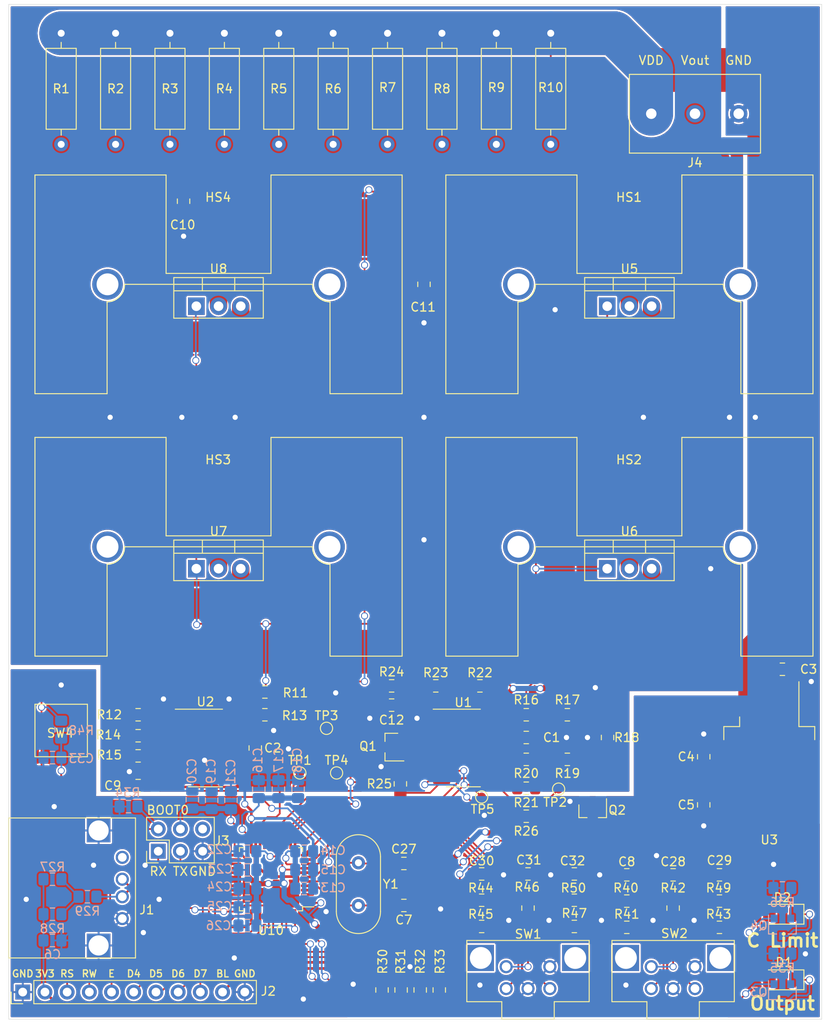
<source format=kicad_pcb>
(kicad_pcb (version 20171130) (host pcbnew "(5.1.2)-1")
  (layers (0 F.Cu mixed) (31 B.Cu mixed) (36 B.SilkS user) (37 F.SilkS user) (38 B.Mask user) (39 F.Mask user) (44 Edge.Cuts user))
  (net 0 "")
  (net 1 GNDREF)
  (net 2 VDD)
  (net 3 +3V3)
  (net 4 "Net-(C7-Pad2)")
  (net 5 /Logic/ENC1_A)
  (net 6 /CurrentSense/Iread)
  (net 7 /PassElement/Vin)
  (net 8 /Vout)
  (net 9 "Net-(C12-Pad1)")
  (net 10 "Net-(C27-Pad1)")
  (net 11 /Logic/ENC1_SW)
  (net 12 /Logic/ENC1_B)
  (net 13 /Logic/ENC0_A)
  (net 14 /Logic/ENC0_SW)
  (net 15 /Logic/ENC0_B)
  (net 16 /Logic/NRST)
  (net 17 "Net-(D1-Pad1)")
  (net 18 "Net-(D2-Pad1)")
  (net 19 /Logic/USB_D+)
  (net 20 /Logic/USB_D-)
  (net 21 "Net-(J1-Pad1)")
  (net 22 /Logic/Display_D7)
  (net 23 /Logic/Display_D6)
  (net 24 /Logic/Display_D5)
  (net 25 /Logic/Display_D4)
  (net 26 /Logic/Display_E)
  (net 27 /Logic/Display_RW)
  (net 28 /Logic/Display_RS)
  (net 29 /Logic/USART_RX)
  (net 30 /Logic/USART_TX)
  (net 31 "Net-(Q1-Pad2)")
  (net 32 "Net-(Q1-Pad1)")
  (net 33 /Logic/CLIM)
  (net 34 "Net-(Q2-Pad1)")
  (net 35 "Net-(Q3-Pad2)")
  (net 36 /Logic/OUTPUT_ON)
  (net 37 "Net-(Q4-Pad2)")
  (net 38 "Net-(R11-Pad2)")
  (net 39 "Net-(R12-Pad2)")
  (net 40 "Net-(R12-Pad1)")
  (net 41 "Net-(R14-Pad2)")
  (net 42 "Net-(R16-Pad2)")
  (net 43 "Net-(R16-Pad1)")
  (net 44 "Net-(R17-Pad1)")
  (net 45 "Net-(R18-Pad1)")
  (net 46 "Net-(R19-Pad1)")
  (net 47 "Net-(R20-Pad1)")
  (net 48 "Net-(R22-Pad2)")
  (net 49 /PassElement/VReg_set)
  (net 50 "Net-(R25-Pad2)")
  (net 51 "Net-(R27-Pad2)")
  (net 52 /Logic/BOOT0)
  (net 53 "Net-(R40-Pad1)")
  (net 54 "Net-(R42-Pad2)")
  (net 55 "Net-(R43-Pad2)")
  (net 56 "Net-(R44-Pad1)")
  (net 57 "Net-(R46-Pad2)")
  (net 58 "Net-(R47-Pad2)")
  (net 59 "Net-(R48-Pad2)")
  (net 60 /Logic/Vread)
  (net 61 /Logic/Vset)
  (net 62 /Logic/Iset)
  (net 63 "Net-(U10-Pad27)")
  (net 64 "Net-(U10-Pad4)")
  (net 65 "Net-(U10-Pad3)")
  (net 66 "Net-(U10-Pad2)")
  (net 67 /Logic/C_LIMIT)
  (net 68 "Net-(U10-Pad29)")
  (net 69 "Net-(U10-Pad28)")
  (net 70 "Net-(J2-Pad10)")
  (net 71 "Net-(U10-Pad26)")
  (net 72 "Net-(U10-Pad41)")
  (net 73 "Net-(U10-Pad20)")
  (net 74 "Net-(U10-Pad19)")
  (net 75 "Net-(U10-Pad18)")
  (net 76 GNDA)
  (module NetTie:NetTie-2_SMD_Pad2.0mm (layer B.Cu) (at 83.7 16.2 180)
    (fp_text reference NT1 hide)
    (fp_text value Net-Tie_2)
    (fp_poly (pts (xy -2 1) (xy 2 1) (xy 2 -1) (xy -2 -1)) (layer B.Cu) (width 0))
    (pad 2 smd circle (at 2 0 180) (size 2 2) (layers B.Cu) (net 76 GNDA))
    (pad 1 smd circle (at -2 0 180) (size 2 2) (layers B.Cu) (net 1 GNDREF))
  )
  (module Connector_PinHeader_2.54mm:PinHeader_1x11_P2.54mm_Vertical (layer F.Cu) (at 1.6 112.9 90)
    (fp_text reference J2 (at 0.1 28.1 180) (layer F.SilkS))
    (fp_text value Display)
    (pad 11 thru_hole oval (at 0 25.4 90) (size 1.7 1.7) (drill 1) (layers *.Cu *.Mask) (net 1 GNDREF))
    (pad 10 thru_hole oval (at 0 22.86 90) (size 1.7 1.7) (drill 1) (layers *.Cu *.Mask) (net 70 "Net-(J2-Pad10)"))
    (pad 9 thru_hole oval (at 0 20.32 90) (size 1.7 1.7) (drill 1) (layers *.Cu *.Mask) (net 22 /Logic/Display_D7))
    (pad 8 thru_hole oval (at 0 17.78 90) (size 1.7 1.7) (drill 1) (layers *.Cu *.Mask) (net 23 /Logic/Display_D6))
    (pad 7 thru_hole oval (at 0 15.24 90) (size 1.7 1.7) (drill 1) (layers *.Cu *.Mask) (net 24 /Logic/Display_D5))
    (pad 6 thru_hole oval (at 0 12.7 90) (size 1.7 1.7) (drill 1) (layers *.Cu *.Mask) (net 25 /Logic/Display_D4))
    (pad 5 thru_hole oval (at 0 10.16 90) (size 1.7 1.7) (drill 1) (layers *.Cu *.Mask) (net 26 /Logic/Display_E))
    (pad 4 thru_hole oval (at 0 7.62 90) (size 1.7 1.7) (drill 1) (layers *.Cu *.Mask) (net 27 /Logic/Display_RW))
    (pad 3 thru_hole oval (at 0 5.08 90) (size 1.7 1.7) (drill 1) (layers *.Cu *.Mask) (net 28 /Logic/Display_RS))
    (pad 2 thru_hole oval (at 0 2.54 90) (size 1.7 1.7) (drill 1) (layers *.Cu *.Mask) (net 3 +3V3))
    (pad 1 thru_hole rect (at 0 0 90) (size 1.7 1.7) (drill 1) (layers *.Cu *.Mask) (net 1 GNDREF))
  )
  (module Resistor_SMD:R_0805_2012Metric_Pad1.15x1.40mm_HandSolder (layer B.Cu) (at 88.5 101)
    (fp_text reference R36 (at 0 1.65) (layer B.SilkS) (effects (justify mirror)))
    (fp_text value 1k)
    (pad 2 smd roundrect (at 1.025 0) (size 1.15 1.4) (layers B.Cu B.Paste B.Mask) (roundrect_rratio 0.217391) (net 37 "Net-(Q4-Pad2)"))
    (pad 1 smd roundrect (at -1.025 0) (size 1.15 1.4) (layers B.Cu B.Paste B.Mask) (roundrect_rratio 0.217391) (net 1 GNDREF))
  )
  (module Package_TO_SOT_SMD:SOT-23 (layer B.Cu) (at 88.5 105.5 270)
    (fp_text reference Q4 (at -0.2 2.7 180) (layer B.SilkS) (effects (justify mirror)))
    (fp_text value MMBT3904)
    (pad 3 smd rect (at 1 0 270) (size 0.9 0.8) (layers B.Cu B.Paste B.Mask) (net 18 "Net-(D2-Pad1)"))
    (pad 2 smd rect (at -1 -0.95 270) (size 0.9 0.8) (layers B.Cu B.Paste B.Mask) (net 37 "Net-(Q4-Pad2)"))
    (pad 1 smd rect (at -1 0.95 270) (size 0.9 0.8) (layers B.Cu B.Paste B.Mask) (net 67 /Logic/C_LIMIT))
  )
  (module LED_SMD:LED_1206_3216Metric_Pad1.42x1.75mm_HandSolder (layer F.Cu) (at 88.5 104 180)
    (fp_text reference D2 (at 0 1.9) (layer F.SilkS))
    (fp_text value APTD3216LVBCD)
    (pad 2 smd roundrect (at 1.4875 0 180) (size 1.425 1.75) (layers F.Cu F.Paste F.Mask) (roundrect_rratio 0.175439) (net 3 +3V3))
    (pad 1 smd roundrect (at -1.4875 0 180) (size 1.425 1.75) (layers F.Cu F.Paste F.Mask) (roundrect_rratio 0.175439) (net 18 "Net-(D2-Pad1)"))
  )
  (module Connector_PinHeader_2.54mm:PinHeader_2x03_P2.54mm_Vertical (layer F.Cu) (at 17.1 96.8 90)
    (fp_text reference J3 (at 1.2 7.3 180) (layer F.SilkS))
    (fp_text value USART)
    (pad 1 thru_hole rect (at 0 0 90) (size 1.7 1.7) (drill 1) (layers *.Cu *.Mask) (net 29 /Logic/USART_RX))
    (pad 2 thru_hole oval (at 2.54 0 90) (size 1.7 1.7) (drill 1) (layers *.Cu *.Mask) (net 52 /Logic/BOOT0))
    (pad 3 thru_hole oval (at 0 2.54 90) (size 1.7 1.7) (drill 1) (layers *.Cu *.Mask) (net 30 /Logic/USART_TX))
    (pad 4 thru_hole oval (at 2.54 2.54 90) (size 1.7 1.7) (drill 1) (layers *.Cu *.Mask) (net 3 +3V3))
    (pad 5 thru_hole oval (at 0 5.08 90) (size 1.7 1.7) (drill 1) (layers *.Cu *.Mask) (net 1 GNDREF))
    (pad 6 thru_hole oval (at 2.54 5.08 90) (size 1.7 1.7) (drill 1) (layers *.Cu *.Mask))
  )
  (module footprints:LL3301NF065QG (layer F.Cu) (at 6 83 90)
    (fp_text reference SW4 (at -0.3 -0.1 180) (layer F.SilkS))
    (fp_text value RST)
    (pad 1 smd rect (at -5.25 -2.25 90) (size 2.5 1.5) (layers F.Cu F.Paste F.Mask) (net 59 "Net-(R48-Pad2)"))
    (pad 2 smd rect (at -5.25 2.25 90) (size 2.5 1.5) (layers F.Cu F.Paste F.Mask) (net 1 GNDREF))
    (pad 2 smd rect (at 5.25 2.25 90) (size 2.5 1.5) (layers F.Cu F.Paste F.Mask) (net 1 GNDREF))
    (pad 1 smd rect (at 5.25 -2.25 90) (size 2.5 1.5) (layers F.Cu F.Paste F.Mask) (net 59 "Net-(R48-Pad2)"))
  )
  (module footprints:RA-T2X-xxE (layer F.Cu) (at 24 32)
    (fp_text reference HS4 (at -0.05 -9.95) (layer F.SilkS))
    (fp_text value RA-T2X-xxE)
    (pad "" thru_hole circle (at 12.7 0) (size 3.5 3.5) (drill 2.5) (layers *.Cu *.Mask))
    (pad "" thru_hole circle (at -12.7 0) (size 3.5 3.5) (drill 2.5) (layers *.Cu *.Mask))
  )
  (module Crystal:Crystal_HC49-U_Vertical (layer F.Cu) (at 40 103 90)
    (fp_text reference Y1 (at 2.44 3.7 180) (layer F.SilkS))
    (fp_text value Crystal)
    (pad 2 thru_hole circle (at 4.88 0 90) (size 1.5 1.5) (drill 0.8) (layers *.Cu *.Mask) (net 10 "Net-(C27-Pad1)"))
    (pad 1 thru_hole circle (at 0 0 90) (size 1.5 1.5) (drill 0.8) (layers *.Cu *.Mask) (net 4 "Net-(C7-Pad2)"))
  )
  (module Package_QFP:LQFP-48_7x7mm_P0.5mm (layer F.Cu) (at 30 100 180)
    (fp_text reference U10 (at 0 -5.85) (layer F.SilkS))
    (fp_text value STM32F373C8Tx)
    (pad 48 smd roundrect (at -2.75 -4.1625 180) (size 0.3 1.475) (layers F.Cu F.Paste F.Mask) (net 3 +3V3))
    (pad 47 smd roundrect (at -2.25 -4.1625 180) (size 0.3 1.475) (layers F.Cu F.Paste F.Mask) (net 1 GNDREF))
    (pad 46 smd roundrect (at -1.75 -4.1625 180) (size 0.3 1.475) (layers F.Cu F.Paste F.Mask) (net 67 /Logic/C_LIMIT))
    (pad 45 smd roundrect (at -1.25 -4.1625 180) (size 0.3 1.475) (layers F.Cu F.Paste F.Mask) (net 36 /Logic/OUTPUT_ON))
    (pad 44 smd roundrect (at -0.75 -4.1625 180) (size 0.3 1.475) (layers F.Cu F.Paste F.Mask) (net 52 /Logic/BOOT0))
    (pad 43 smd roundrect (at -0.25 -4.1625 180) (size 0.3 1.475) (layers F.Cu F.Paste F.Mask) (net 12 /Logic/ENC1_B))
    (pad 42 smd roundrect (at 0.25 -4.1625 180) (size 0.3 1.475) (layers F.Cu F.Paste F.Mask) (net 5 /Logic/ENC1_A))
    (pad 41 smd roundrect (at 0.75 -4.1625 180) (size 0.3 1.475) (layers F.Cu F.Paste F.Mask) (net 72 "Net-(U10-Pad41)"))
    (pad 40 smd roundrect (at 1.25 -4.1625 180) (size 0.3 1.475) (layers F.Cu F.Paste F.Mask) (net 22 /Logic/Display_D7))
    (pad 39 smd roundrect (at 1.75 -4.1625 180) (size 0.3 1.475) (layers F.Cu F.Paste F.Mask) (net 23 /Logic/Display_D6))
    (pad 38 smd roundrect (at 2.25 -4.1625 180) (size 0.3 1.475) (layers F.Cu F.Paste F.Mask) (net 24 /Logic/Display_D5))
    (pad 37 smd roundrect (at 2.75 -4.1625 180) (size 0.3 1.475) (layers F.Cu F.Paste F.Mask) (net 25 /Logic/Display_D4))
    (pad 36 smd roundrect (at 4.1625 -2.75 180) (size 1.475 0.3) (layers F.Cu F.Paste F.Mask) (net 26 /Logic/Display_E))
    (pad 35 smd roundrect (at 4.1625 -2.25 180) (size 1.475 0.3) (layers F.Cu F.Paste F.Mask) (net 27 /Logic/Display_RW))
    (pad 34 smd roundrect (at 4.1625 -1.75 180) (size 1.475 0.3) (layers F.Cu F.Paste F.Mask) (net 28 /Logic/Display_RS))
    (pad 33 smd roundrect (at 4.1625 -1.25 180) (size 1.475 0.3) (layers F.Cu F.Paste F.Mask) (net 19 /Logic/USB_D+))
    (pad 32 smd roundrect (at 4.1625 -0.75 180) (size 1.475 0.3) (layers F.Cu F.Paste F.Mask) (net 20 /Logic/USB_D-))
    (pad 31 smd roundrect (at 4.1625 -0.25 180) (size 1.475 0.3) (layers F.Cu F.Paste F.Mask) (net 29 /Logic/USART_RX))
    (pad 30 smd roundrect (at 4.1625 0.25 180) (size 1.475 0.3) (layers F.Cu F.Paste F.Mask) (net 30 /Logic/USART_TX))
    (pad 29 smd roundrect (at 4.1625 0.75 180) (size 1.475 0.3) (layers F.Cu F.Paste F.Mask) (net 68 "Net-(U10-Pad29)"))
    (pad 28 smd roundrect (at 4.1625 1.25 180) (size 1.475 0.3) (layers F.Cu F.Paste F.Mask) (net 69 "Net-(U10-Pad28)"))
    (pad 27 smd roundrect (at 4.1625 1.75 180) (size 1.475 0.3) (layers F.Cu F.Paste F.Mask) (net 63 "Net-(U10-Pad27)"))
    (pad 26 smd roundrect (at 4.1625 2.25 180) (size 1.475 0.3) (layers F.Cu F.Paste F.Mask) (net 71 "Net-(U10-Pad26)"))
    (pad 25 smd roundrect (at 4.1625 2.75 180) (size 1.475 0.3) (layers F.Cu F.Paste F.Mask) (net 3 +3V3))
    (pad 24 smd roundrect (at 2.75 4.1625 180) (size 0.3 1.475) (layers F.Cu F.Paste F.Mask) (net 3 +3V3))
    (pad 23 smd roundrect (at 2.25 4.1625 180) (size 0.3 1.475) (layers F.Cu F.Paste F.Mask) (net 76 GNDA))
    (pad 22 smd roundrect (at 1.75 4.1625 180) (size 0.3 1.475) (layers F.Cu F.Paste F.Mask) (net 6 /CurrentSense/Iread))
    (pad 21 smd roundrect (at 1.25 4.1625 180) (size 0.3 1.475) (layers F.Cu F.Paste F.Mask) (net 60 /Logic/Vread))
    (pad 20 smd roundrect (at 0.75 4.1625 180) (size 0.3 1.475) (layers F.Cu F.Paste F.Mask) (net 73 "Net-(U10-Pad20)"))
    (pad 19 smd roundrect (at 0.25 4.1625 180) (size 0.3 1.475) (layers F.Cu F.Paste F.Mask) (net 74 "Net-(U10-Pad19)"))
    (pad 18 smd roundrect (at -0.25 4.1625 180) (size 0.3 1.475) (layers F.Cu F.Paste F.Mask) (net 75 "Net-(U10-Pad18)"))
    (pad 17 smd roundrect (at -0.75 4.1625 180) (size 0.3 1.475) (layers F.Cu F.Paste F.Mask) (net 3 +3V3))
    (pad 16 smd roundrect (at -1.25 4.1625 180) (size 0.3 1.475) (layers F.Cu F.Paste F.Mask) (net 61 /Logic/Vset))
    (pad 15 smd roundrect (at -1.75 4.1625 180) (size 0.3 1.475) (layers F.Cu F.Paste F.Mask) (net 62 /Logic/Iset))
    (pad 14 smd roundrect (at -2.25 4.1625 180) (size 0.3 1.475) (layers F.Cu F.Paste F.Mask) (net 33 /Logic/CLIM))
    (pad 13 smd roundrect (at -2.75 4.1625 180) (size 0.3 1.475) (layers F.Cu F.Paste F.Mask) (net 11 /Logic/ENC1_SW))
    (pad 12 smd roundrect (at -4.1625 2.75 180) (size 1.475 0.3) (layers F.Cu F.Paste F.Mask) (net 14 /Logic/ENC0_SW))
    (pad 11 smd roundrect (at -4.1625 2.25 180) (size 1.475 0.3) (layers F.Cu F.Paste F.Mask) (net 15 /Logic/ENC0_B))
    (pad 10 smd roundrect (at -4.1625 1.75 180) (size 1.475 0.3) (layers F.Cu F.Paste F.Mask) (net 13 /Logic/ENC0_A))
    (pad 9 smd roundrect (at -4.1625 1.25 180) (size 1.475 0.3) (layers F.Cu F.Paste F.Mask) (net 3 +3V3))
    (pad 8 smd roundrect (at -4.1625 0.75 180) (size 1.475 0.3) (layers F.Cu F.Paste F.Mask) (net 76 GNDA))
    (pad 7 smd roundrect (at -4.1625 0.25 180) (size 1.475 0.3) (layers F.Cu F.Paste F.Mask) (net 16 /Logic/NRST))
    (pad 6 smd roundrect (at -4.1625 -0.25 180) (size 1.475 0.3) (layers F.Cu F.Paste F.Mask) (net 10 "Net-(C27-Pad1)"))
    (pad 5 smd roundrect (at -4.1625 -0.75 180) (size 1.475 0.3) (layers F.Cu F.Paste F.Mask) (net 4 "Net-(C7-Pad2)"))
    (pad 4 smd roundrect (at -4.1625 -1.25 180) (size 1.475 0.3) (layers F.Cu F.Paste F.Mask) (net 64 "Net-(U10-Pad4)"))
    (pad 3 smd roundrect (at -4.1625 -1.75 180) (size 1.475 0.3) (layers F.Cu F.Paste F.Mask) (net 65 "Net-(U10-Pad3)"))
    (pad 2 smd roundrect (at -4.1625 -2.25 180) (size 1.475 0.3) (layers F.Cu F.Paste F.Mask) (net 66 "Net-(U10-Pad2)"))
    (pad 1 smd roundrect (at -4.1625 -2.75 180) (size 1.475 0.3) (layers F.Cu F.Paste F.Mask) (net 3 +3V3))
  )
  (module Package_TO_SOT_THT:TO-220-3_Vertical (layer F.Cu) (at 21.46 34.5)
    (fp_text reference U8 (at 2.54 -4.27) (layer F.SilkS))
    (fp_text value FQP17P10)
    (pad 3 thru_hole oval (at 5.08 0) (size 1.905 2) (drill 1.1) (layers *.Cu *.Mask) (net 7 /PassElement/Vin))
    (pad 2 thru_hole oval (at 2.54 0) (size 1.905 2) (drill 1.1) (layers *.Cu *.Mask) (net 8 /Vout))
    (pad 1 thru_hole rect (at 0 0) (size 1.905 2) (drill 1.1) (layers *.Cu *.Mask) (net 49 /PassElement/VReg_set))
  )
  (module Package_TO_SOT_THT:TO-220-3_Vertical (layer F.Cu) (at 21.46 64.5)
    (fp_text reference U7 (at 2.54 -4.27) (layer F.SilkS))
    (fp_text value FQP17P10)
    (pad 3 thru_hole oval (at 5.08 0) (size 1.905 2) (drill 1.1) (layers *.Cu *.Mask) (net 7 /PassElement/Vin))
    (pad 2 thru_hole oval (at 2.54 0) (size 1.905 2) (drill 1.1) (layers *.Cu *.Mask) (net 8 /Vout))
    (pad 1 thru_hole rect (at 0 0) (size 1.905 2) (drill 1.1) (layers *.Cu *.Mask) (net 49 /PassElement/VReg_set))
  )
  (module Package_TO_SOT_THT:TO-220-3_Vertical (layer F.Cu) (at 68.46 64.5)
    (fp_text reference U6 (at 2.54 -4.27) (layer F.SilkS))
    (fp_text value FQP17P10)
    (pad 3 thru_hole oval (at 5.08 0) (size 1.905 2) (drill 1.1) (layers *.Cu *.Mask) (net 7 /PassElement/Vin))
    (pad 2 thru_hole oval (at 2.54 0) (size 1.905 2) (drill 1.1) (layers *.Cu *.Mask) (net 8 /Vout))
    (pad 1 thru_hole rect (at 0 0) (size 1.905 2) (drill 1.1) (layers *.Cu *.Mask) (net 49 /PassElement/VReg_set))
  )
  (module Package_TO_SOT_THT:TO-220-3_Vertical (layer F.Cu) (at 68.46 34.5)
    (fp_text reference U5 (at 2.54 -4.27) (layer F.SilkS))
    (fp_text value FQP17P10)
    (pad 3 thru_hole oval (at 5.08 0) (size 1.905 2) (drill 1.1) (layers *.Cu *.Mask) (net 7 /PassElement/Vin))
    (pad 2 thru_hole oval (at 2.54 0) (size 1.905 2) (drill 1.1) (layers *.Cu *.Mask) (net 8 /Vout))
    (pad 1 thru_hole rect (at 0 0) (size 1.905 2) (drill 1.1) (layers *.Cu *.Mask) (net 49 /PassElement/VReg_set))
  )
  (module Package_TO_SOT_SMD:TO-263-3_TabPin2 (layer F.Cu) (at 87 85.5 270)
    (fp_text reference U3 (at 10 0 180) (layer F.SilkS))
    (fp_text value LD1086D2T33)
    (pad 2 smd rect (at 3.375 0 270) (size 9.4 10.8) (layers F.Cu F.Mask) (net 3 +3V3))
    (pad 3 smd rect (at -5.775 2.54 270) (size 4.6 1.1) (layers F.Cu F.Paste F.Mask) (net 2 VDD))
    (pad 2 smd rect (at -5.775 0 270) (size 4.6 1.1) (layers F.Cu F.Paste F.Mask) (net 3 +3V3))
    (pad 1 smd rect (at -5.775 -2.54 270) (size 4.6 1.1) (layers F.Cu F.Paste F.Mask) (net 1 GNDREF))
  )
  (module Package_SO:SOIC-14_3.9x8.7mm_P1.27mm (layer F.Cu) (at 22.5 85)
    (fp_text reference U2 (at 0 -5.28) (layer F.SilkS))
    (fp_text value OPA4196)
    (pad 14 smd roundrect (at 2.475 -3.81) (size 1.95 0.6) (layers F.Cu F.Paste F.Mask))
    (pad 13 smd roundrect (at 2.475 -2.54) (size 1.95 0.6) (layers F.Cu F.Paste F.Mask))
    (pad 12 smd roundrect (at 2.475 -1.27) (size 1.95 0.6) (layers F.Cu F.Paste F.Mask))
    (pad 11 smd roundrect (at 2.475 0) (size 1.95 0.6) (layers F.Cu F.Paste F.Mask) (net 76 GNDA))
    (pad 10 smd roundrect (at 2.475 1.27) (size 1.95 0.6) (layers F.Cu F.Paste F.Mask))
    (pad 9 smd roundrect (at 2.475 2.54) (size 1.95 0.6) (layers F.Cu F.Paste F.Mask))
    (pad 8 smd roundrect (at 2.475 3.81) (size 1.95 0.6) (layers F.Cu F.Paste F.Mask))
    (pad 7 smd roundrect (at -2.475 3.81) (size 1.95 0.6) (layers F.Cu F.Paste F.Mask) (net 41 "Net-(R14-Pad2)"))
    (pad 6 smd roundrect (at -2.475 2.54) (size 1.95 0.6) (layers F.Cu F.Paste F.Mask) (net 39 "Net-(R12-Pad2)"))
    (pad 5 smd roundrect (at -2.475 1.27) (size 1.95 0.6) (layers F.Cu F.Paste F.Mask) (net 38 "Net-(R11-Pad2)"))
    (pad 4 smd roundrect (at -2.475 0) (size 1.95 0.6) (layers F.Cu F.Paste F.Mask) (net 2 VDD))
    (pad 3 smd roundrect (at -2.475 -1.27) (size 1.95 0.6) (layers F.Cu F.Paste F.Mask) (net 7 /PassElement/Vin))
    (pad 2 smd roundrect (at -2.475 -2.54) (size 1.95 0.6) (layers F.Cu F.Paste F.Mask) (net 40 "Net-(R12-Pad1)"))
    (pad 1 smd roundrect (at -2.475 -3.81) (size 1.95 0.6) (layers F.Cu F.Paste F.Mask) (net 40 "Net-(R12-Pad1)"))
  )
  (module Package_SO:SOIC-14_3.9x8.7mm_P1.27mm (layer F.Cu) (at 52 85)
    (fp_text reference U1 (at 0 -5.2) (layer F.SilkS))
    (fp_text value OPA4196)
    (pad 14 smd roundrect (at 2.475 -3.81) (size 1.95 0.6) (layers F.Cu F.Paste F.Mask) (net 42 "Net-(R16-Pad2)"))
    (pad 13 smd roundrect (at 2.475 -2.54) (size 1.95 0.6) (layers F.Cu F.Paste F.Mask) (net 42 "Net-(R16-Pad2)"))
    (pad 12 smd roundrect (at 2.475 -1.27) (size 1.95 0.6) (layers F.Cu F.Paste F.Mask) (net 8 /Vout))
    (pad 11 smd roundrect (at 2.475 0) (size 1.95 0.6) (layers F.Cu F.Paste F.Mask) (net 76 GNDA))
    (pad 10 smd roundrect (at 2.475 1.27) (size 1.95 0.6) (layers F.Cu F.Paste F.Mask) (net 47 "Net-(R20-Pad1)"))
    (pad 9 smd roundrect (at 2.475 2.54) (size 1.95 0.6) (layers F.Cu F.Paste F.Mask) (net 60 /Logic/Vread))
    (pad 8 smd roundrect (at 2.475 3.81) (size 1.95 0.6) (layers F.Cu F.Paste F.Mask) (net 60 /Logic/Vread))
    (pad 7 smd roundrect (at -2.475 3.81) (size 1.95 0.6) (layers F.Cu F.Paste F.Mask) (net 50 "Net-(R25-Pad2)"))
    (pad 6 smd roundrect (at -2.475 2.54) (size 1.95 0.6) (layers F.Cu F.Paste F.Mask) (net 62 /Logic/Iset))
    (pad 5 smd roundrect (at -2.475 1.27) (size 1.95 0.6) (layers F.Cu F.Paste F.Mask) (net 6 /CurrentSense/Iread))
    (pad 4 smd roundrect (at -2.475 0) (size 1.95 0.6) (layers F.Cu F.Paste F.Mask) (net 2 VDD))
    (pad 3 smd roundrect (at -2.475 -1.27) (size 1.95 0.6) (layers F.Cu F.Paste F.Mask) (net 47 "Net-(R20-Pad1)"))
    (pad 2 smd roundrect (at -2.475 -2.54) (size 1.95 0.6) (layers F.Cu F.Paste F.Mask) (net 61 /Logic/Vset))
    (pad 1 smd roundrect (at -2.475 -3.81) (size 1.95 0.6) (layers F.Cu F.Paste F.Mask) (net 48 "Net-(R22-Pad2)"))
  )
  (module TestPoint:TestPoint_Pad_D1.0mm (layer F.Cu) (at 54.1 90.6)
    (fp_text reference TP5 (at 0.1 1.4) (layer F.SilkS))
    (fp_text value Iset)
    (pad 1 smd circle (at 0 0) (size 1 1) (layers F.Cu F.Mask) (net 62 /Logic/Iset))
  )
  (module TestPoint:TestPoint_Pad_D1.0mm (layer F.Cu) (at 37.5 87.85)
    (fp_text reference TP4 (at 0 -1.448) (layer F.SilkS))
    (fp_text value Vset)
    (pad 1 smd circle (at 0 0) (size 1 1) (layers F.Cu F.Mask) (net 61 /Logic/Vset))
  )
  (module TestPoint:TestPoint_Pad_D1.0mm (layer F.Cu) (at 36.35 82.75)
    (fp_text reference TP3 (at 0 -1.448) (layer F.SilkS))
    (fp_text value Vreg)
    (pad 1 smd circle (at 0 0) (size 1 1) (layers F.Cu F.Mask) (net 49 /PassElement/VReg_set))
  )
  (module TestPoint:TestPoint_Pad_D1.0mm (layer F.Cu) (at 62.9 89.7)
    (fp_text reference TP2 (at -0.4 1.5) (layer F.SilkS))
    (fp_text value Vread)
    (pad 1 smd circle (at 0 0) (size 1 1) (layers F.Cu F.Mask) (net 60 /Logic/Vread))
  )
  (module TestPoint:TestPoint_Pad_D1.0mm (layer F.Cu) (at 33.3 87.85)
    (fp_text reference TP1 (at 0 -1.448) (layer F.SilkS))
    (fp_text value Iread)
    (pad 1 smd circle (at 0 0) (size 1 1) (layers F.Cu F.Mask) (net 6 /CurrentSense/Iread))
  )
  (module footprints:PEC12R-2xxxf-Sxxxx (layer F.Cu) (at 76 109)
    (fp_text reference SW2 (at 0.15 -2.8) (layer F.SilkS))
    (fp_text value "ENC1 (Current)")
    (pad S2 thru_hole circle (at 2.5 1) (size 1.5 1.5) (drill 1) (layers *.Cu *.Mask) (net 1 GNDREF))
    (pad S1 thru_hole circle (at -2.5 1) (size 1.5 1.5) (drill 1) (layers *.Cu *.Mask) (net 54 "Net-(R42-Pad2)"))
    (pad B thru_hole circle (at 2.5 3.5) (size 1.5 1.5) (drill 1) (layers *.Cu *.Mask) (net 55 "Net-(R43-Pad2)"))
    (pad C thru_hole circle (at 0 3.5) (size 1.5 1.5) (drill 1) (layers *.Cu *.Mask) (net 1 GNDREF))
    (pad A thru_hole circle (at -2.5 3.5) (size 1.5 1.5) (drill 1) (layers *.Cu *.Mask) (net 53 "Net-(R40-Pad1)"))
    (pad "" thru_hole rect (at 5.4 0) (size 3 3) (drill 2.5) (layers *.Cu *.Mask))
    (pad "" thru_hole rect (at -5.4 0) (size 3 3) (drill 2.5) (layers *.Cu *.Mask))
  )
  (module footprints:PEC12R-2xxxf-Sxxxx (layer F.Cu) (at 59.4 109)
    (fp_text reference SW1 (at 0.02 -2.73) (layer F.SilkS))
    (fp_text value "ENC0 (Voltage)")
    (pad S2 thru_hole circle (at 2.5 1) (size 1.5 1.5) (drill 1) (layers *.Cu *.Mask) (net 1 GNDREF))
    (pad S1 thru_hole circle (at -2.5 1) (size 1.5 1.5) (drill 1) (layers *.Cu *.Mask) (net 57 "Net-(R46-Pad2)"))
    (pad B thru_hole circle (at 2.5 3.5) (size 1.5 1.5) (drill 1) (layers *.Cu *.Mask) (net 58 "Net-(R47-Pad2)"))
    (pad C thru_hole circle (at 0 3.5) (size 1.5 1.5) (drill 1) (layers *.Cu *.Mask) (net 1 GNDREF))
    (pad A thru_hole circle (at -2.5 3.5) (size 1.5 1.5) (drill 1) (layers *.Cu *.Mask) (net 56 "Net-(R44-Pad1)"))
    (pad "" thru_hole rect (at 5.4 0) (size 3 3) (drill 2.5) (layers *.Cu *.Mask))
    (pad "" thru_hole rect (at -5.4 0) (size 3 3) (drill 2.5) (layers *.Cu *.Mask))
  )
  (module Resistor_SMD:R_0805_2012Metric_Pad1.15x1.40mm_HandSolder (layer F.Cu) (at 64.7 102.4 180)
    (fp_text reference R50 (at 0.1 1.4) (layer F.SilkS))
    (fp_text value 10k)
    (pad 2 smd roundrect (at 1.025 0 180) (size 1.15 1.4) (layers F.Cu F.Paste F.Mask) (roundrect_rratio 0.217391) (net 15 /Logic/ENC0_B))
    (pad 1 smd roundrect (at -1.025 0 180) (size 1.15 1.4) (layers F.Cu F.Paste F.Mask) (roundrect_rratio 0.217391) (net 58 "Net-(R47-Pad2)"))
  )
  (module Resistor_SMD:R_0805_2012Metric_Pad1.15x1.40mm_HandSolder (layer F.Cu) (at 81.3 102.5 180)
    (fp_text reference R49 (at 0.1 1.5) (layer F.SilkS))
    (fp_text value 10k)
    (pad 2 smd roundrect (at 1.025 0 180) (size 1.15 1.4) (layers F.Cu F.Paste F.Mask) (roundrect_rratio 0.217391) (net 12 /Logic/ENC1_B))
    (pad 1 smd roundrect (at -1.025 0 180) (size 1.15 1.4) (layers F.Cu F.Paste F.Mask) (roundrect_rratio 0.217391) (net 55 "Net-(R43-Pad2)"))
  )
  (module Resistor_SMD:R_0805_2012Metric_Pad1.15x1.40mm_HandSolder (layer B.Cu) (at 6 82.9 90)
    (fp_text reference R48 (at -0.1 2.3 180) (layer B.SilkS) (effects (justify mirror)))
    (fp_text value 1k)
    (pad 2 smd roundrect (at 1.025 0 90) (size 1.15 1.4) (layers B.Cu B.Paste B.Mask) (roundrect_rratio 0.217391) (net 59 "Net-(R48-Pad2)"))
    (pad 1 smd roundrect (at -1.025 0 90) (size 1.15 1.4) (layers B.Cu B.Paste B.Mask) (roundrect_rratio 0.217391) (net 16 /Logic/NRST))
  )
  (module Resistor_SMD:R_0805_2012Metric_Pad1.15x1.40mm_HandSolder (layer F.Cu) (at 64.7 105.4 180)
    (fp_text reference R47 (at 0 1.5) (layer F.SilkS))
    (fp_text value 10k)
    (pad 2 smd roundrect (at 1.025 0 180) (size 1.15 1.4) (layers F.Cu F.Paste F.Mask) (roundrect_rratio 0.217391) (net 58 "Net-(R47-Pad2)"))
    (pad 1 smd roundrect (at -1.025 0 180) (size 1.15 1.4) (layers F.Cu F.Paste F.Mask) (roundrect_rratio 0.217391) (net 3 +3V3))
  )
  (module Resistor_SMD:R_0805_2012Metric_Pad1.15x1.40mm_HandSolder (layer F.Cu) (at 59.4 103.3 270)
    (fp_text reference R46 (at -2.4 0.1 180) (layer F.SilkS))
    (fp_text value 1k)
    (pad 2 smd roundrect (at 1.025 0 270) (size 1.15 1.4) (layers F.Cu F.Paste F.Mask) (roundrect_rratio 0.217391) (net 57 "Net-(R46-Pad2)"))
    (pad 1 smd roundrect (at -1.025 0 270) (size 1.15 1.4) (layers F.Cu F.Paste F.Mask) (roundrect_rratio 0.217391) (net 14 /Logic/ENC0_SW))
  )
  (module Resistor_SMD:R_0805_2012Metric_Pad1.15x1.40mm_HandSolder (layer F.Cu) (at 54.1 105.4 180)
    (fp_text reference R45 (at 0.1 1.4) (layer F.SilkS))
    (fp_text value 10k)
    (pad 2 smd roundrect (at 1.025 0 180) (size 1.15 1.4) (layers F.Cu F.Paste F.Mask) (roundrect_rratio 0.217391) (net 3 +3V3))
    (pad 1 smd roundrect (at -1.025 0 180) (size 1.15 1.4) (layers F.Cu F.Paste F.Mask) (roundrect_rratio 0.217391) (net 56 "Net-(R44-Pad1)"))
  )
  (module Resistor_SMD:R_0805_2012Metric_Pad1.15x1.40mm_HandSolder (layer F.Cu) (at 54.1 102.4)
    (fp_text reference R44 (at -0.1 -1.4) (layer F.SilkS))
    (fp_text value 10k)
    (pad 2 smd roundrect (at 1.025 0) (size 1.15 1.4) (layers F.Cu F.Paste F.Mask) (roundrect_rratio 0.217391) (net 13 /Logic/ENC0_A))
    (pad 1 smd roundrect (at -1.025 0) (size 1.15 1.4) (layers F.Cu F.Paste F.Mask) (roundrect_rratio 0.217391) (net 56 "Net-(R44-Pad1)"))
  )
  (module Resistor_SMD:R_0805_2012Metric_Pad1.15x1.40mm_HandSolder (layer F.Cu) (at 81.3 105.5 180)
    (fp_text reference R43 (at 0.1 1.5) (layer F.SilkS))
    (fp_text value 10k)
    (pad 2 smd roundrect (at 1.025 0 180) (size 1.15 1.4) (layers F.Cu F.Paste F.Mask) (roundrect_rratio 0.217391) (net 55 "Net-(R43-Pad2)"))
    (pad 1 smd roundrect (at -1.025 0 180) (size 1.15 1.4) (layers F.Cu F.Paste F.Mask) (roundrect_rratio 0.217391) (net 3 +3V3))
  )
  (module Resistor_SMD:R_0805_2012Metric_Pad1.15x1.40mm_HandSolder (layer F.Cu) (at 76 103.3 270)
    (fp_text reference R42 (at -2.3 0 180) (layer F.SilkS))
    (fp_text value 1k)
    (pad 2 smd roundrect (at 1.025 0 270) (size 1.15 1.4) (layers F.Cu F.Paste F.Mask) (roundrect_rratio 0.217391) (net 54 "Net-(R42-Pad2)"))
    (pad 1 smd roundrect (at -1.025 0 270) (size 1.15 1.4) (layers F.Cu F.Paste F.Mask) (roundrect_rratio 0.217391) (net 11 /Logic/ENC1_SW))
  )
  (module Resistor_SMD:R_0805_2012Metric_Pad1.15x1.40mm_HandSolder (layer F.Cu) (at 70.7 105.5 180)
    (fp_text reference R41 (at 0 1.5) (layer F.SilkS))
    (fp_text value 10k)
    (pad 2 smd roundrect (at 1.025 0 180) (size 1.15 1.4) (layers F.Cu F.Paste F.Mask) (roundrect_rratio 0.217391) (net 3 +3V3))
    (pad 1 smd roundrect (at -1.025 0 180) (size 1.15 1.4) (layers F.Cu F.Paste F.Mask) (roundrect_rratio 0.217391) (net 53 "Net-(R40-Pad1)"))
  )
  (module Resistor_SMD:R_0805_2012Metric_Pad1.15x1.40mm_HandSolder (layer F.Cu) (at 70.7 102.5)
    (fp_text reference R40 (at -0.1 -1.5) (layer F.SilkS))
    (fp_text value 10k)
    (pad 2 smd roundrect (at 1.025 0) (size 1.15 1.4) (layers F.Cu F.Paste F.Mask) (roundrect_rratio 0.217391) (net 5 /Logic/ENC1_A))
    (pad 1 smd roundrect (at -1.025 0) (size 1.15 1.4) (layers F.Cu F.Paste F.Mask) (roundrect_rratio 0.217391) (net 53 "Net-(R40-Pad1)"))
  )
  (module Resistor_SMD:R_0805_2012Metric_Pad1.15x1.40mm_HandSolder (layer B.Cu) (at 88.5 108.5)
    (fp_text reference R35 (at 0 1.65) (layer B.SilkS) (effects (justify mirror)))
    (fp_text value 1k)
    (pad 2 smd roundrect (at 1.025 0) (size 1.15 1.4) (layers B.Cu B.Paste B.Mask) (roundrect_rratio 0.217391) (net 35 "Net-(Q3-Pad2)"))
    (pad 1 smd roundrect (at -1.025 0) (size 1.15 1.4) (layers B.Cu B.Paste B.Mask) (roundrect_rratio 0.217391) (net 1 GNDREF))
  )
  (module Resistor_SMD:R_0805_2012Metric_Pad1.15x1.40mm_HandSolder (layer B.Cu) (at 13.7 91.7 180)
    (fp_text reference R34 (at 0.1 1.6) (layer B.SilkS) (effects (justify mirror)))
    (fp_text value 10k)
    (pad 2 smd roundrect (at 1.025 0 180) (size 1.15 1.4) (layers B.Cu B.Paste B.Mask) (roundrect_rratio 0.217391) (net 1 GNDREF))
    (pad 1 smd roundrect (at -1.025 0 180) (size 1.15 1.4) (layers B.Cu B.Paste B.Mask) (roundrect_rratio 0.217391) (net 52 /Logic/BOOT0))
  )
  (module Resistor_SMD:R_0805_2012Metric_Pad1.15x1.40mm_HandSolder (layer F.Cu) (at 49.25 112.66 90)
    (fp_text reference R33 (at 3.26 0.08 90) (layer F.SilkS))
    (fp_text value 1k)
    (pad 2 smd roundrect (at 1.025 0 90) (size 1.15 1.4) (layers F.Cu F.Paste F.Mask) (roundrect_rratio 0.217391) (net 70 "Net-(J2-Pad10)"))
    (pad 1 smd roundrect (at -1.025 0 90) (size 1.15 1.4) (layers F.Cu F.Paste F.Mask) (roundrect_rratio 0.217391) (net 3 +3V3))
  )
  (module Resistor_SMD:R_0805_2012Metric_Pad1.15x1.40mm_HandSolder (layer F.Cu) (at 47.066666 112.66 90)
    (fp_text reference R32 (at 3.26 0 90) (layer F.SilkS))
    (fp_text value 1k)
    (pad 2 smd roundrect (at 1.025 0 90) (size 1.15 1.4) (layers F.Cu F.Paste F.Mask) (roundrect_rratio 0.217391) (net 70 "Net-(J2-Pad10)"))
    (pad 1 smd roundrect (at -1.025 0 90) (size 1.15 1.4) (layers F.Cu F.Paste F.Mask) (roundrect_rratio 0.217391) (net 3 +3V3))
  )
  (module Resistor_SMD:R_0805_2012Metric_Pad1.15x1.40mm_HandSolder (layer F.Cu) (at 44.883333 112.66 90)
    (fp_text reference R31 (at 3.26 -0.05 90) (layer F.SilkS))
    (fp_text value 1k)
    (pad 2 smd roundrect (at 1.025 0 90) (size 1.15 1.4) (layers F.Cu F.Paste F.Mask) (roundrect_rratio 0.217391) (net 70 "Net-(J2-Pad10)"))
    (pad 1 smd roundrect (at -1.025 0 90) (size 1.15 1.4) (layers F.Cu F.Paste F.Mask) (roundrect_rratio 0.217391) (net 3 +3V3))
  )
  (module Resistor_SMD:R_0805_2012Metric_Pad1.15x1.40mm_HandSolder (layer F.Cu) (at 42.7 112.66 90)
    (fp_text reference R30 (at 3.26 0.08 90) (layer F.SilkS))
    (fp_text value 1k)
    (pad 2 smd roundrect (at 1.025 0 90) (size 1.15 1.4) (layers F.Cu F.Paste F.Mask) (roundrect_rratio 0.217391) (net 70 "Net-(J2-Pad10)"))
    (pad 1 smd roundrect (at -1.025 0 90) (size 1.15 1.4) (layers F.Cu F.Paste F.Mask) (roundrect_rratio 0.217391) (net 3 +3V3))
  )
  (module Resistor_SMD:R_0805_2012Metric_Pad1.15x1.40mm_HandSolder (layer B.Cu) (at 9 102)
    (fp_text reference R29 (at 0 1.65) (layer B.SilkS) (effects (justify mirror)))
    (fp_text value 1k)
    (pad 2 smd roundrect (at 1.025 0) (size 1.15 1.4) (layers B.Cu B.Paste B.Mask) (roundrect_rratio 0.217391) (net 19 /Logic/USB_D+))
    (pad 1 smd roundrect (at -1.025 0) (size 1.15 1.4) (layers B.Cu B.Paste B.Mask) (roundrect_rratio 0.217391) (net 51 "Net-(R27-Pad2)"))
  )
  (module Resistor_SMD:R_0805_2012Metric_Pad1.15x1.40mm_HandSolder (layer B.Cu) (at 5 104)
    (fp_text reference R28 (at 0 1.65) (layer B.SilkS) (effects (justify mirror)))
    (fp_text value 1k)
    (pad 2 smd roundrect (at 1.025 0) (size 1.15 1.4) (layers B.Cu B.Paste B.Mask) (roundrect_rratio 0.217391) (net 51 "Net-(R27-Pad2)"))
    (pad 1 smd roundrect (at -1.025 0) (size 1.15 1.4) (layers B.Cu B.Paste B.Mask) (roundrect_rratio 0.217391) (net 3 +3V3))
  )
  (module Resistor_SMD:R_0805_2012Metric_Pad1.15x1.40mm_HandSolder (layer B.Cu) (at 5 100)
    (fp_text reference R27 (at 0 -1.4) (layer B.SilkS) (effects (justify mirror)))
    (fp_text value 1k)
    (pad 2 smd roundrect (at 1.025 0) (size 1.15 1.4) (layers B.Cu B.Paste B.Mask) (roundrect_rratio 0.217391) (net 51 "Net-(R27-Pad2)"))
    (pad 1 smd roundrect (at -1.025 0) (size 1.15 1.4) (layers B.Cu B.Paste B.Mask) (roundrect_rratio 0.217391) (net 3 +3V3))
  )
  (module Resistor_SMD:R_0805_2012Metric_Pad1.15x1.40mm_HandSolder (layer F.Cu) (at 59.2 92.8)
    (fp_text reference R26 (at 0 1.7) (layer F.SilkS))
    (fp_text value 10k)
    (pad 2 smd roundrect (at 1.025 0) (size 1.15 1.4) (layers F.Cu F.Paste F.Mask) (roundrect_rratio 0.217391) (net 34 "Net-(Q2-Pad1)"))
    (pad 1 smd roundrect (at -1.025 0) (size 1.15 1.4) (layers F.Cu F.Paste F.Mask) (roundrect_rratio 0.217391) (net 50 "Net-(R25-Pad2)"))
  )
  (module Resistor_SMD:R_0805_2012Metric_Pad1.15x1.40mm_HandSolder (layer F.Cu) (at 44.8 89.1 270)
    (fp_text reference R25 (at 0 2.4 180) (layer F.SilkS))
    (fp_text value 10k)
    (pad 2 smd roundrect (at 1.025 0 270) (size 1.15 1.4) (layers F.Cu F.Paste F.Mask) (roundrect_rratio 0.217391) (net 50 "Net-(R25-Pad2)"))
    (pad 1 smd roundrect (at -1.025 0 270) (size 1.15 1.4) (layers F.Cu F.Paste F.Mask) (roundrect_rratio 0.217391) (net 32 "Net-(Q1-Pad1)"))
  )
  (module Resistor_SMD:R_0805_2012Metric_Pad1.15x1.40mm_HandSolder (layer F.Cu) (at 43.8 77.9)
    (fp_text reference R24 (at 0 -1.6) (layer F.SilkS))
    (fp_text value ?)
    (pad 2 smd roundrect (at 1.025 0) (size 1.15 1.4) (layers F.Cu F.Paste F.Mask) (roundrect_rratio 0.217391) (net 31 "Net-(Q1-Pad2)"))
    (pad 1 smd roundrect (at -1.025 0) (size 1.15 1.4) (layers F.Cu F.Paste F.Mask) (roundrect_rratio 0.217391) (net 49 /PassElement/VReg_set))
  )
  (module Resistor_SMD:R_0805_2012Metric_Pad1.15x1.40mm_HandSolder (layer F.Cu) (at 48.85 77.9)
    (fp_text reference R23 (at 0 -1.5) (layer F.SilkS))
    (fp_text value ?)
    (pad 2 smd roundrect (at 1.025 0) (size 1.15 1.4) (layers F.Cu F.Paste F.Mask) (roundrect_rratio 0.217391) (net 9 "Net-(C12-Pad1)"))
    (pad 1 smd roundrect (at -1.025 0) (size 1.15 1.4) (layers F.Cu F.Paste F.Mask) (roundrect_rratio 0.217391) (net 31 "Net-(Q1-Pad2)"))
  )
  (module Resistor_SMD:R_0805_2012Metric_Pad1.15x1.40mm_HandSolder (layer F.Cu) (at 53.9 77.9)
    (fp_text reference R22 (at 0 -1.5) (layer F.SilkS))
    (fp_text value ?)
    (pad 2 smd roundrect (at 1.025 0) (size 1.15 1.4) (layers F.Cu F.Paste F.Mask) (roundrect_rratio 0.217391) (net 48 "Net-(R22-Pad2)"))
    (pad 1 smd roundrect (at -1.025 0) (size 1.15 1.4) (layers F.Cu F.Paste F.Mask) (roundrect_rratio 0.217391) (net 9 "Net-(C12-Pad1)"))
  )
  (module Resistor_SMD:R_0805_2012Metric_Pad1.15x1.40mm_HandSolder (layer F.Cu) (at 59.2 89.6 180)
    (fp_text reference R21 (at 0 -1.65) (layer F.SilkS))
    (fp_text value 9k88)
    (pad 2 smd roundrect (at 1.025 0 180) (size 1.15 1.4) (layers F.Cu F.Paste F.Mask) (roundrect_rratio 0.217391) (net 47 "Net-(R20-Pad1)"))
    (pad 1 smd roundrect (at -1.025 0 180) (size 1.15 1.4) (layers F.Cu F.Paste F.Mask) (roundrect_rratio 0.217391) (net 76 GNDA))
  )
  (module Resistor_SMD:R_0805_2012Metric_Pad1.15x1.40mm_HandSolder (layer F.Cu) (at 59.2 86.3)
    (fp_text reference R20 (at 0 1.6) (layer F.SilkS))
    (fp_text value 10k)
    (pad 2 smd roundrect (at 1.025 0) (size 1.15 1.4) (layers F.Cu F.Paste F.Mask) (roundrect_rratio 0.217391) (net 46 "Net-(R19-Pad1)"))
    (pad 1 smd roundrect (at -1.025 0) (size 1.15 1.4) (layers F.Cu F.Paste F.Mask) (roundrect_rratio 0.217391) (net 47 "Net-(R20-Pad1)"))
  )
  (module Resistor_SMD:R_0805_2012Metric_Pad1.15x1.40mm_HandSolder (layer F.Cu) (at 63.9 86.3)
    (fp_text reference R19 (at 0 1.6) (layer F.SilkS))
    (fp_text value 10k)
    (pad 2 smd roundrect (at 1.025 0) (size 1.15 1.4) (layers F.Cu F.Paste F.Mask) (roundrect_rratio 0.217391) (net 45 "Net-(R18-Pad1)"))
    (pad 1 smd roundrect (at -1.025 0) (size 1.15 1.4) (layers F.Cu F.Paste F.Mask) (roundrect_rratio 0.217391) (net 46 "Net-(R19-Pad1)"))
  )
  (module Resistor_SMD:R_0805_2012Metric_Pad1.15x1.40mm_HandSolder (layer F.Cu) (at 68.5 83.8 90)
    (fp_text reference R18 (at 0 2.2 180) (layer F.SilkS))
    (fp_text value 10k)
    (pad 2 smd roundrect (at 1.025 0 90) (size 1.15 1.4) (layers F.Cu F.Paste F.Mask) (roundrect_rratio 0.217391) (net 44 "Net-(R17-Pad1)"))
    (pad 1 smd roundrect (at -1.025 0 90) (size 1.15 1.4) (layers F.Cu F.Paste F.Mask) (roundrect_rratio 0.217391) (net 45 "Net-(R18-Pad1)"))
  )
  (module Resistor_SMD:R_0805_2012Metric_Pad1.15x1.40mm_HandSolder (layer F.Cu) (at 63.9 81.2 180)
    (fp_text reference R17 (at 0 1.7) (layer F.SilkS))
    (fp_text value 10k)
    (pad 2 smd roundrect (at 1.025 0 180) (size 1.15 1.4) (layers F.Cu F.Paste F.Mask) (roundrect_rratio 0.217391) (net 43 "Net-(R16-Pad1)"))
    (pad 1 smd roundrect (at -1.025 0 180) (size 1.15 1.4) (layers F.Cu F.Paste F.Mask) (roundrect_rratio 0.217391) (net 44 "Net-(R17-Pad1)"))
  )
  (module Resistor_SMD:R_0805_2012Metric_Pad1.15x1.40mm_HandSolder (layer F.Cu) (at 59.2 81.2 180)
    (fp_text reference R16 (at 0 1.7) (layer F.SilkS))
    (fp_text value 10k)
    (pad 2 smd roundrect (at 1.025 0 180) (size 1.15 1.4) (layers F.Cu F.Paste F.Mask) (roundrect_rratio 0.217391) (net 42 "Net-(R16-Pad2)"))
    (pad 1 smd roundrect (at -1.025 0 180) (size 1.15 1.4) (layers F.Cu F.Paste F.Mask) (roundrect_rratio 0.217391) (net 43 "Net-(R16-Pad1)"))
  )
  (module Resistor_SMD:R_0805_2012Metric_Pad1.15x1.40mm_HandSolder (layer F.Cu) (at 14.8 85.9 180)
    (fp_text reference R15 (at 3.3 0.1) (layer F.SilkS))
    (fp_text value 1k)
    (pad 2 smd roundrect (at 1.025 0 180) (size 1.15 1.4) (layers F.Cu F.Paste F.Mask) (roundrect_rratio 0.217391) (net 6 /CurrentSense/Iread))
    (pad 1 smd roundrect (at -1.025 0 180) (size 1.15 1.4) (layers F.Cu F.Paste F.Mask) (roundrect_rratio 0.217391) (net 41 "Net-(R14-Pad2)"))
  )
  (module Resistor_SMD:R_0805_2012Metric_Pad1.15x1.40mm_HandSolder (layer F.Cu) (at 14.8 83.6 180)
    (fp_text reference R14 (at 3.4 0.1) (layer F.SilkS))
    (fp_text value 82k5)
    (pad 2 smd roundrect (at 1.025 0 180) (size 1.15 1.4) (layers F.Cu F.Paste F.Mask) (roundrect_rratio 0.217391) (net 41 "Net-(R14-Pad2)"))
    (pad 1 smd roundrect (at -1.025 0 180) (size 1.15 1.4) (layers F.Cu F.Paste F.Mask) (roundrect_rratio 0.217391) (net 39 "Net-(R12-Pad2)"))
  )
  (module Resistor_SMD:R_0805_2012Metric_Pad1.15x1.40mm_HandSolder (layer F.Cu) (at 29.3 81.2)
    (fp_text reference R13 (at 3.4 0.1) (layer F.SilkS))
    (fp_text value 82k5)
    (pad 2 smd roundrect (at 1.025 0) (size 1.15 1.4) (layers F.Cu F.Paste F.Mask) (roundrect_rratio 0.217391) (net 76 GNDA))
    (pad 1 smd roundrect (at -1.025 0) (size 1.15 1.4) (layers F.Cu F.Paste F.Mask) (roundrect_rratio 0.217391) (net 38 "Net-(R11-Pad2)"))
  )
  (module Resistor_SMD:R_0805_2012Metric_Pad1.15x1.40mm_HandSolder (layer F.Cu) (at 14.8 81.2 180)
    (fp_text reference R12 (at 3.3 0) (layer F.SilkS))
    (fp_text value 10k)
    (pad 2 smd roundrect (at 1.025 0 180) (size 1.15 1.4) (layers F.Cu F.Paste F.Mask) (roundrect_rratio 0.217391) (net 39 "Net-(R12-Pad2)"))
    (pad 1 smd roundrect (at -1.025 0 180) (size 1.15 1.4) (layers F.Cu F.Paste F.Mask) (roundrect_rratio 0.217391) (net 40 "Net-(R12-Pad1)"))
  )
  (module Resistor_SMD:R_0805_2012Metric_Pad1.15x1.40mm_HandSolder (layer F.Cu) (at 29.3 78.6 180)
    (fp_text reference R11 (at -3.5 -0.1) (layer F.SilkS))
    (fp_text value 10k)
    (pad 2 smd roundrect (at 1.025 0 180) (size 1.15 1.4) (layers F.Cu F.Paste F.Mask) (roundrect_rratio 0.217391) (net 38 "Net-(R11-Pad2)"))
    (pad 1 smd roundrect (at -1.025 0 180) (size 1.15 1.4) (layers F.Cu F.Paste F.Mask) (roundrect_rratio 0.217391) (net 2 VDD))
  )
  (module Resistor_THT:R_Axial_DIN0309_L9.0mm_D3.2mm_P12.70mm_Horizontal (layer F.Cu) (at 62 16 90)
    (fp_text reference R10 (at 6.5 0 180) (layer F.SilkS))
    (fp_text value 1R)
    (pad 2 thru_hole oval (at 12.7 0 90) (size 1.6 1.6) (drill 0.8) (layers *.Cu *.Mask) (net 2 VDD))
    (pad 1 thru_hole circle (at 0 0 90) (size 1.6 1.6) (drill 0.8) (layers *.Cu *.Mask) (net 7 /PassElement/Vin))
  )
  (module Resistor_THT:R_Axial_DIN0309_L9.0mm_D3.2mm_P12.70mm_Horizontal (layer F.Cu) (at 55.777776 16 90)
    (fp_text reference R9 (at 6.5 0 180) (layer F.SilkS))
    (fp_text value 1R)
    (pad 2 thru_hole oval (at 12.7 0 90) (size 1.6 1.6) (drill 0.8) (layers *.Cu *.Mask) (net 2 VDD))
    (pad 1 thru_hole circle (at 0 0 90) (size 1.6 1.6) (drill 0.8) (layers *.Cu *.Mask) (net 7 /PassElement/Vin))
  )
  (module Resistor_THT:R_Axial_DIN0309_L9.0mm_D3.2mm_P12.70mm_Horizontal (layer F.Cu) (at 49.555554 16 90)
    (fp_text reference R8 (at 6.35 0 180) (layer F.SilkS))
    (fp_text value 1R)
    (pad 2 thru_hole oval (at 12.7 0 90) (size 1.6 1.6) (drill 0.8) (layers *.Cu *.Mask) (net 2 VDD))
    (pad 1 thru_hole circle (at 0 0 90) (size 1.6 1.6) (drill 0.8) (layers *.Cu *.Mask) (net 7 /PassElement/Vin))
  )
  (module Resistor_THT:R_Axial_DIN0309_L9.0mm_D3.2mm_P12.70mm_Horizontal (layer F.Cu) (at 43.333332 16 90)
    (fp_text reference R7 (at 6.5 0 180) (layer F.SilkS))
    (fp_text value 1R)
    (pad 2 thru_hole oval (at 12.7 0 90) (size 1.6 1.6) (drill 0.8) (layers *.Cu *.Mask) (net 2 VDD))
    (pad 1 thru_hole circle (at 0 0 90) (size 1.6 1.6) (drill 0.8) (layers *.Cu *.Mask) (net 7 /PassElement/Vin))
  )
  (module Resistor_THT:R_Axial_DIN0309_L9.0mm_D3.2mm_P12.70mm_Horizontal (layer F.Cu) (at 37.11111 16 90)
    (fp_text reference R6 (at 6.35 0 180) (layer F.SilkS))
    (fp_text value 1R)
    (pad 2 thru_hole oval (at 12.7 0 90) (size 1.6 1.6) (drill 0.8) (layers *.Cu *.Mask) (net 2 VDD))
    (pad 1 thru_hole circle (at 0 0 90) (size 1.6 1.6) (drill 0.8) (layers *.Cu *.Mask) (net 7 /PassElement/Vin))
  )
  (module Resistor_THT:R_Axial_DIN0309_L9.0mm_D3.2mm_P12.70mm_Horizontal (layer F.Cu) (at 30.888888 16 90)
    (fp_text reference R5 (at 6.35 0 180) (layer F.SilkS))
    (fp_text value 1R)
    (pad 2 thru_hole oval (at 12.7 0 90) (size 1.6 1.6) (drill 0.8) (layers *.Cu *.Mask) (net 2 VDD))
    (pad 1 thru_hole circle (at 0 0 90) (size 1.6 1.6) (drill 0.8) (layers *.Cu *.Mask) (net 7 /PassElement/Vin))
  )
  (module Resistor_THT:R_Axial_DIN0309_L9.0mm_D3.2mm_P12.70mm_Horizontal (layer F.Cu) (at 24.666666 16 90)
    (fp_text reference R4 (at 6.35 0 180) (layer F.SilkS))
    (fp_text value 1R)
    (pad 2 thru_hole oval (at 12.7 0 90) (size 1.6 1.6) (drill 0.8) (layers *.Cu *.Mask) (net 2 VDD))
    (pad 1 thru_hole circle (at 0 0 90) (size 1.6 1.6) (drill 0.8) (layers *.Cu *.Mask) (net 7 /PassElement/Vin))
  )
  (module Resistor_THT:R_Axial_DIN0309_L9.0mm_D3.2mm_P12.70mm_Horizontal (layer F.Cu) (at 18.444444 16 90)
    (fp_text reference R3 (at 6.35 0 180) (layer F.SilkS))
    (fp_text value 1R)
    (pad 2 thru_hole oval (at 12.7 0 90) (size 1.6 1.6) (drill 0.8) (layers *.Cu *.Mask) (net 2 VDD))
    (pad 1 thru_hole circle (at 0 0 90) (size 1.6 1.6) (drill 0.8) (layers *.Cu *.Mask) (net 7 /PassElement/Vin))
  )
  (module Resistor_THT:R_Axial_DIN0309_L9.0mm_D3.2mm_P12.70mm_Horizontal (layer F.Cu) (at 12.222222 16 90)
    (fp_text reference R2 (at 6.35 0 180) (layer F.SilkS))
    (fp_text value 1R)
    (pad 2 thru_hole oval (at 12.7 0 90) (size 1.6 1.6) (drill 0.8) (layers *.Cu *.Mask) (net 2 VDD))
    (pad 1 thru_hole circle (at 0 0 90) (size 1.6 1.6) (drill 0.8) (layers *.Cu *.Mask) (net 7 /PassElement/Vin))
  )
  (module Resistor_THT:R_Axial_DIN0309_L9.0mm_D3.2mm_P12.70mm_Horizontal (layer F.Cu) (at 6 16 90)
    (fp_text reference R1 (at 6.35 0 180) (layer F.SilkS))
    (fp_text value 1R)
    (pad 2 thru_hole oval (at 12.7 0 90) (size 1.6 1.6) (drill 0.8) (layers *.Cu *.Mask) (net 2 VDD))
    (pad 1 thru_hole circle (at 0 0 90) (size 1.6 1.6) (drill 0.8) (layers *.Cu *.Mask) (net 7 /PassElement/Vin))
  )
  (module Package_TO_SOT_SMD:SOT-23 (layer B.Cu) (at 88.5 113 270)
    (fp_text reference Q3 (at -0.1 2.7 180) (layer B.SilkS) (effects (justify mirror)))
    (fp_text value MMBT3904)
    (pad 3 smd rect (at 1 0 270) (size 0.9 0.8) (layers B.Cu B.Paste B.Mask) (net 17 "Net-(D1-Pad1)"))
    (pad 2 smd rect (at -1 -0.95 270) (size 0.9 0.8) (layers B.Cu B.Paste B.Mask) (net 35 "Net-(Q3-Pad2)"))
    (pad 1 smd rect (at -1 0.95 270) (size 0.9 0.8) (layers B.Cu B.Paste B.Mask) (net 36 /Logic/OUTPUT_ON))
  )
  (module Package_TO_SOT_SMD:SOT-23 (layer F.Cu) (at 66.8 92.2 270)
    (fp_text reference Q2 (at -0.1 -2.8 180) (layer F.SilkS))
    (fp_text value MMBT3904)
    (pad 3 smd rect (at 1 0 270) (size 0.9 0.8) (layers F.Cu F.Paste F.Mask) (net 33 /Logic/CLIM))
    (pad 2 smd rect (at -1 0.95 270) (size 0.9 0.8) (layers F.Cu F.Paste F.Mask) (net 1 GNDREF))
    (pad 1 smd rect (at -1 -0.95 270) (size 0.9 0.8) (layers F.Cu F.Paste F.Mask) (net 34 "Net-(Q2-Pad1)"))
  )
  (module Package_TO_SOT_SMD:SOT-23 (layer F.Cu) (at 43.8 84.9 180)
    (fp_text reference Q1 (at 2.7 0.1) (layer F.SilkS))
    (fp_text value MMBT3904)
    (pad 3 smd rect (at 1 0 180) (size 0.9 0.8) (layers F.Cu F.Paste F.Mask) (net 2 VDD))
    (pad 2 smd rect (at -1 0.95 180) (size 0.9 0.8) (layers F.Cu F.Paste F.Mask) (net 31 "Net-(Q1-Pad2)"))
    (pad 1 smd rect (at -1 -0.95 180) (size 0.9 0.8) (layers F.Cu F.Paste F.Mask) (net 32 "Net-(Q1-Pad1)"))
  )
  (module footprints:20020316-GXXXXXXLF (layer F.Cu) (at 78.5 12.5)
    (fp_text reference J4 (at 0 5.6) (layer F.SilkS))
    (fp_text value Terminal)
    (pad 3 thru_hole circle (at 5 0) (size 2 2) (drill 1.2) (layers *.Cu *.Mask) (net 1 GNDREF))
    (pad 1 thru_hole circle (at -5 0) (size 2 2) (drill 1.2) (layers *.Cu *.Mask) (net 2 VDD))
    (pad 2 thru_hole circle (at 0 0) (size 2 2) (drill 1.2) (layers *.Cu *.Mask) (net 8 /Vout))
  )
  (module footprints:USBA (layer F.Cu) (at 0 101)
    (fp_text reference J1 (at 15.8 2.5) (layer F.SilkS))
    (fp_text value USB_A)
    (pad 4 thru_hole circle (at 12.99 3.5) (size 1.5 1.5) (drill 1) (layers *.Cu *.Mask) (net 1 GNDREF))
    (pad 3 thru_hole circle (at 12.99 1) (size 1.5 1.5) (drill 1) (layers *.Cu *.Mask) (net 19 /Logic/USB_D+))
    (pad 2 thru_hole circle (at 12.99 -1) (size 1.5 1.5) (drill 1) (layers *.Cu *.Mask) (net 20 /Logic/USB_D-))
    (pad 1 thru_hole circle (at 12.99 -3.5) (size 1.5 1.5) (drill 1) (layers *.Cu *.Mask) (net 21 "Net-(J1-Pad1)"))
    (pad 5 thru_hole rect (at 10.28 6.57) (size 2.7 2.7) (drill 2.3) (layers *.Cu *.Mask) (net 1 GNDREF))
    (pad 5 thru_hole rect (at 10.28 -6.57) (size 2.7 2.7) (drill 2.3) (layers *.Cu *.Mask) (net 1 GNDREF))
  )
  (module footprints:RA-T2X-xxE (layer F.Cu) (at 24 62)
    (fp_text reference HS3 (at -0.05 -9.95) (layer F.SilkS))
    (fp_text value RA-T2X-xxE)
    (pad "" thru_hole circle (at 12.7 0) (size 3.5 3.5) (drill 2.5) (layers *.Cu *.Mask))
    (pad "" thru_hole circle (at -12.7 0) (size 3.5 3.5) (drill 2.5) (layers *.Cu *.Mask))
  )
  (module footprints:RA-T2X-xxE (layer F.Cu) (at 71 62)
    (fp_text reference HS2 (at -0.05 -9.95) (layer F.SilkS))
    (fp_text value RA-T2X-xxE)
    (pad "" thru_hole circle (at 12.7 0) (size 3.5 3.5) (drill 2.5) (layers *.Cu *.Mask))
    (pad "" thru_hole circle (at -12.7 0) (size 3.5 3.5) (drill 2.5) (layers *.Cu *.Mask))
  )
  (module footprints:RA-T2X-xxE (layer F.Cu) (at 71 32)
    (fp_text reference HS1 (at -0.05 -9.95) (layer F.SilkS))
    (fp_text value RA-T2X-xxE)
    (pad "" thru_hole circle (at 12.7 0) (size 3.5 3.5) (drill 2.5) (layers *.Cu *.Mask))
    (pad "" thru_hole circle (at -12.7 0) (size 3.5 3.5) (drill 2.5) (layers *.Cu *.Mask))
  )
  (module LED_SMD:LED_1206_3216Metric_Pad1.42x1.75mm_HandSolder (layer F.Cu) (at 88.5 111.5 180)
    (fp_text reference D1 (at -0.2 2) (layer F.SilkS))
    (fp_text value APTD3216LZGCK)
    (pad 2 smd roundrect (at 1.4875 0 180) (size 1.425 1.75) (layers F.Cu F.Paste F.Mask) (roundrect_rratio 0.175439) (net 3 +3V3))
    (pad 1 smd roundrect (at -1.4875 0 180) (size 1.425 1.75) (layers F.Cu F.Paste F.Mask) (roundrect_rratio 0.175439) (net 17 "Net-(D1-Pad1)"))
  )
  (module Capacitor_SMD:C_0805_2012Metric_Pad1.15x1.40mm_HandSolder (layer B.Cu) (at 5 86.1 180)
    (fp_text reference C33 (at -3.3 -0.1) (layer B.SilkS) (effects (justify mirror)))
    (fp_text value 10nF)
    (pad 2 smd roundrect (at 1.025 0 180) (size 1.15 1.4) (layers B.Cu B.Paste B.Mask) (roundrect_rratio 0.217391) (net 1 GNDREF))
    (pad 1 smd roundrect (at -1.025 0 180) (size 1.15 1.4) (layers B.Cu B.Paste B.Mask) (roundrect_rratio 0.217391) (net 16 /Logic/NRST))
  )
  (module Capacitor_SMD:C_0805_2012Metric_Pad1.15x1.40mm_HandSolder (layer F.Cu) (at 64.7 99.4)
    (fp_text reference C32 (at -0.2 -1.5) (layer F.SilkS))
    (fp_text value 10n)
    (pad 2 smd roundrect (at 1.025 0) (size 1.15 1.4) (layers F.Cu F.Paste F.Mask) (roundrect_rratio 0.217391) (net 1 GNDREF))
    (pad 1 smd roundrect (at -1.025 0) (size 1.15 1.4) (layers F.Cu F.Paste F.Mask) (roundrect_rratio 0.217391) (net 15 /Logic/ENC0_B))
  )
  (module Capacitor_SMD:C_0805_2012Metric_Pad1.15x1.40mm_HandSolder (layer F.Cu) (at 59.4 99.4 180)
    (fp_text reference C31 (at -0.1 1.6) (layer F.SilkS))
    (fp_text value 10nF)
    (pad 2 smd roundrect (at 1.025 0 180) (size 1.15 1.4) (layers F.Cu F.Paste F.Mask) (roundrect_rratio 0.217391) (net 1 GNDREF))
    (pad 1 smd roundrect (at -1.025 0 180) (size 1.15 1.4) (layers F.Cu F.Paste F.Mask) (roundrect_rratio 0.217391) (net 14 /Logic/ENC0_SW))
  )
  (module Capacitor_SMD:C_0805_2012Metric_Pad1.15x1.40mm_HandSolder (layer F.Cu) (at 54.1 99.4 180)
    (fp_text reference C30 (at 0 1.5) (layer F.SilkS))
    (fp_text value 10n)
    (pad 2 smd roundrect (at 1.025 0 180) (size 1.15 1.4) (layers F.Cu F.Paste F.Mask) (roundrect_rratio 0.217391) (net 1 GNDREF))
    (pad 1 smd roundrect (at -1.025 0 180) (size 1.15 1.4) (layers F.Cu F.Paste F.Mask) (roundrect_rratio 0.217391) (net 13 /Logic/ENC0_A))
  )
  (module Capacitor_SMD:C_0805_2012Metric_Pad1.15x1.40mm_HandSolder (layer F.Cu) (at 81.3 99.5)
    (fp_text reference C29 (at 0 -1.65) (layer F.SilkS))
    (fp_text value 10n)
    (pad 2 smd roundrect (at 1.025 0) (size 1.15 1.4) (layers F.Cu F.Paste F.Mask) (roundrect_rratio 0.217391) (net 1 GNDREF))
    (pad 1 smd roundrect (at -1.025 0) (size 1.15 1.4) (layers F.Cu F.Paste F.Mask) (roundrect_rratio 0.217391) (net 12 /Logic/ENC1_B))
  )
  (module Capacitor_SMD:C_0805_2012Metric_Pad1.15x1.40mm_HandSolder (layer F.Cu) (at 76 99.5 180)
    (fp_text reference C28 (at 0 1.5) (layer F.SilkS))
    (fp_text value 10nF)
    (pad 2 smd roundrect (at 1.025 0 180) (size 1.15 1.4) (layers F.Cu F.Paste F.Mask) (roundrect_rratio 0.217391) (net 1 GNDREF))
    (pad 1 smd roundrect (at -1.025 0 180) (size 1.15 1.4) (layers F.Cu F.Paste F.Mask) (roundrect_rratio 0.217391) (net 11 /Logic/ENC1_SW))
  )
  (module Capacitor_SMD:C_0805_2012Metric_Pad1.15x1.40mm_HandSolder (layer F.Cu) (at 45.2 98.2)
    (fp_text reference C27 (at 0 -1.65) (layer F.SilkS))
    (fp_text value 1-12pF)
    (pad 2 smd roundrect (at 1.025 0) (size 1.15 1.4) (layers F.Cu F.Paste F.Mask) (roundrect_rratio 0.217391) (net 1 GNDREF))
    (pad 1 smd roundrect (at -1.025 0) (size 1.15 1.4) (layers F.Cu F.Paste F.Mask) (roundrect_rratio 0.217391) (net 10 "Net-(C27-Pad1)"))
  )
  (module Capacitor_SMD:C_0805_2012Metric_Pad1.15x1.40mm_HandSolder (layer B.Cu) (at 27.3 105.3 180)
    (fp_text reference C26 (at 3.3 0) (layer B.SilkS) (effects (justify mirror)))
    (fp_text value 10nF)
    (pad 2 smd roundrect (at 1.025 0 180) (size 1.15 1.4) (layers B.Cu B.Paste B.Mask) (roundrect_rratio 0.217391) (net 1 GNDREF))
    (pad 1 smd roundrect (at -1.025 0 180) (size 1.15 1.4) (layers B.Cu B.Paste B.Mask) (roundrect_rratio 0.217391) (net 3 +3V3))
  )
  (module Capacitor_SMD:C_0805_2012Metric_Pad1.15x1.40mm_HandSolder (layer B.Cu) (at 27.3 103.2 180)
    (fp_text reference C25 (at 3.2 0.1) (layer B.SilkS) (effects (justify mirror)))
    (fp_text value 100nF)
    (pad 2 smd roundrect (at 1.025 0 180) (size 1.15 1.4) (layers B.Cu B.Paste B.Mask) (roundrect_rratio 0.217391) (net 1 GNDREF))
    (pad 1 smd roundrect (at -1.025 0 180) (size 1.15 1.4) (layers B.Cu B.Paste B.Mask) (roundrect_rratio 0.217391) (net 3 +3V3))
  )
  (module Capacitor_SMD:C_0805_2012Metric_Pad1.15x1.40mm_HandSolder (layer B.Cu) (at 27.3 101.066666 180)
    (fp_text reference C24 (at 3.2 0.2) (layer B.SilkS) (effects (justify mirror)))
    (fp_text value 100nF)
    (pad 2 smd roundrect (at 1.025 0 180) (size 1.15 1.4) (layers B.Cu B.Paste B.Mask) (roundrect_rratio 0.217391) (net 1 GNDREF))
    (pad 1 smd roundrect (at -1.025 0 180) (size 1.15 1.4) (layers B.Cu B.Paste B.Mask) (roundrect_rratio 0.217391) (net 3 +3V3))
  )
  (module Capacitor_SMD:C_0805_2012Metric_Pad1.15x1.40mm_HandSolder (layer B.Cu) (at 27.3 98.933333 180)
    (fp_text reference C23 (at 3.1 0.1) (layer B.SilkS) (effects (justify mirror)))
    (fp_text value 100nF)
    (pad 2 smd roundrect (at 1.025 0 180) (size 1.15 1.4) (layers B.Cu B.Paste B.Mask) (roundrect_rratio 0.217391) (net 1 GNDREF))
    (pad 1 smd roundrect (at -1.025 0 180) (size 1.15 1.4) (layers B.Cu B.Paste B.Mask) (roundrect_rratio 0.217391) (net 3 +3V3))
  )
  (module Capacitor_SMD:C_0805_2012Metric_Pad1.15x1.40mm_HandSolder (layer B.Cu) (at 27.3 96.8 180)
    (fp_text reference C22 (at 3.2 0.2) (layer B.SilkS) (effects (justify mirror)))
    (fp_text value 4.7µF)
    (pad 2 smd roundrect (at 1.025 0 180) (size 1.15 1.4) (layers B.Cu B.Paste B.Mask) (roundrect_rratio 0.217391) (net 1 GNDREF))
    (pad 1 smd roundrect (at -1.025 0 180) (size 1.15 1.4) (layers B.Cu B.Paste B.Mask) (roundrect_rratio 0.217391) (net 3 +3V3))
  )
  (module Capacitor_SMD:C_0805_2012Metric_Pad1.15x1.40mm_HandSolder (layer B.Cu) (at 25.42 90.97 270)
    (fp_text reference C21 (at -3.27 0.02 90) (layer B.SilkS) (effects (justify mirror)))
    (fp_text value 1µF)
    (pad 2 smd roundrect (at 1.025 0 270) (size 1.15 1.4) (layers B.Cu B.Paste B.Mask) (roundrect_rratio 0.217391) (net 3 +3V3))
    (pad 1 smd roundrect (at -1.025 0 270) (size 1.15 1.4) (layers B.Cu B.Paste B.Mask) (roundrect_rratio 0.217391) (net 76 GNDA))
  )
  (module Capacitor_SMD:C_0805_2012Metric_Pad1.15x1.40mm_HandSolder (layer B.Cu) (at 21 90.9 270)
    (fp_text reference C20 (at -3.28 0.05 90) (layer B.SilkS) (effects (justify mirror)))
    (fp_text value 100nF)
    (pad 2 smd roundrect (at 1.025 0 270) (size 1.15 1.4) (layers B.Cu B.Paste B.Mask) (roundrect_rratio 0.217391) (net 3 +3V3))
    (pad 1 smd roundrect (at -1.025 0 270) (size 1.15 1.4) (layers B.Cu B.Paste B.Mask) (roundrect_rratio 0.217391) (net 76 GNDA))
  )
  (module Capacitor_SMD:C_0805_2012Metric_Pad1.15x1.40mm_HandSolder (layer B.Cu) (at 23.21 90.97 270)
    (fp_text reference C19 (at -3.32 0.07 90) (layer B.SilkS) (effects (justify mirror)))
    (fp_text value 10nF)
    (pad 2 smd roundrect (at 1.025 0 270) (size 1.15 1.4) (layers B.Cu B.Paste B.Mask) (roundrect_rratio 0.217391) (net 3 +3V3))
    (pad 1 smd roundrect (at -1.025 0 270) (size 1.15 1.4) (layers B.Cu B.Paste B.Mask) (roundrect_rratio 0.217391) (net 76 GNDA))
  )
  (module Capacitor_SMD:C_0805_2012Metric_Pad1.15x1.40mm_HandSolder (layer B.Cu) (at 33.1 89.7 270)
    (fp_text reference C18 (at -3.3 0.1 90) (layer B.SilkS) (effects (justify mirror)))
    (fp_text value 1µF)
    (pad 2 smd roundrect (at 1.025 0 270) (size 1.15 1.4) (layers B.Cu B.Paste B.Mask) (roundrect_rratio 0.217391) (net 3 +3V3))
    (pad 1 smd roundrect (at -1.025 0 270) (size 1.15 1.4) (layers B.Cu B.Paste B.Mask) (roundrect_rratio 0.217391) (net 76 GNDA))
  )
  (module Capacitor_SMD:C_0805_2012Metric_Pad1.15x1.40mm_HandSolder (layer B.Cu) (at 30.85 89.7 270)
    (fp_text reference C17 (at -3.34 -0.03 90) (layer B.SilkS) (effects (justify mirror)))
    (fp_text value 100nF)
    (pad 2 smd roundrect (at 1.025 0 270) (size 1.15 1.4) (layers B.Cu B.Paste B.Mask) (roundrect_rratio 0.217391) (net 3 +3V3))
    (pad 1 smd roundrect (at -1.025 0 270) (size 1.15 1.4) (layers B.Cu B.Paste B.Mask) (roundrect_rratio 0.217391) (net 76 GNDA))
  )
  (module Capacitor_SMD:C_0805_2012Metric_Pad1.15x1.40mm_HandSolder (layer B.Cu) (at 28.6 89.7 270)
    (fp_text reference C16 (at -3.3 0.1 90) (layer B.SilkS) (effects (justify mirror)))
    (fp_text value 10nF)
    (pad 2 smd roundrect (at 1.025 0 270) (size 1.15 1.4) (layers B.Cu B.Paste B.Mask) (roundrect_rratio 0.217391) (net 3 +3V3))
    (pad 1 smd roundrect (at -1.025 0 270) (size 1.15 1.4) (layers B.Cu B.Paste B.Mask) (roundrect_rratio 0.217391) (net 76 GNDA))
  )
  (module Capacitor_SMD:C_0805_2012Metric_Pad1.15x1.40mm_HandSolder (layer B.Cu) (at 33.8 98.933333 180)
    (fp_text reference C15 (at -3.32 0.02) (layer B.SilkS) (effects (justify mirror)))
    (fp_text value 1µF)
    (pad 2 smd roundrect (at 1.025 0 180) (size 1.15 1.4) (layers B.Cu B.Paste B.Mask) (roundrect_rratio 0.217391) (net 3 +3V3))
    (pad 1 smd roundrect (at -1.025 0 180) (size 1.15 1.4) (layers B.Cu B.Paste B.Mask) (roundrect_rratio 0.217391) (net 76 GNDA))
  )
  (module Capacitor_SMD:C_0805_2012Metric_Pad1.15x1.40mm_HandSolder (layer B.Cu) (at 33.8 96.8 180)
    (fp_text reference C14 (at -3.3 0.1) (layer B.SilkS) (effects (justify mirror)))
    (fp_text value 100nF)
    (pad 2 smd roundrect (at 1.025 0 180) (size 1.15 1.4) (layers B.Cu B.Paste B.Mask) (roundrect_rratio 0.217391) (net 3 +3V3))
    (pad 1 smd roundrect (at -1.025 0 180) (size 1.15 1.4) (layers B.Cu B.Paste B.Mask) (roundrect_rratio 0.217391) (net 76 GNDA))
  )
  (module Capacitor_SMD:C_0805_2012Metric_Pad1.15x1.40mm_HandSolder (layer B.Cu) (at 33.8 101.066666 180)
    (fp_text reference C13 (at -3.3 0.1) (layer B.SilkS) (effects (justify mirror)))
    (fp_text value 10nF)
    (pad 2 smd roundrect (at 1.025 0 180) (size 1.15 1.4) (layers B.Cu B.Paste B.Mask) (roundrect_rratio 0.217391) (net 3 +3V3))
    (pad 1 smd roundrect (at -1.025 0 180) (size 1.15 1.4) (layers B.Cu B.Paste B.Mask) (roundrect_rratio 0.217391) (net 76 GNDA))
  )
  (module Capacitor_SMD:C_0805_2012Metric_Pad1.15x1.40mm_HandSolder (layer F.Cu) (at 43.8 80.1 180)
    (fp_text reference C12 (at 0 -1.7) (layer F.SilkS))
    (fp_text value 100nF)
    (pad 2 smd roundrect (at 1.025 0 180) (size 1.15 1.4) (layers F.Cu F.Paste F.Mask) (roundrect_rratio 0.217391) (net 76 GNDA))
    (pad 1 smd roundrect (at -1.025 0 180) (size 1.15 1.4) (layers F.Cu F.Paste F.Mask) (roundrect_rratio 0.217391) (net 9 "Net-(C12-Pad1)"))
  )
  (module Capacitor_SMD:C_0805_2012Metric_Pad1.15x1.40mm_HandSolder (layer F.Cu) (at 47.5 32 270)
    (fp_text reference C11 (at 2.6 0.1 180) (layer F.SilkS))
    (fp_text value "10µF HV")
    (pad 2 smd roundrect (at 1.025 0 270) (size 1.15 1.4) (layers F.Cu F.Paste F.Mask) (roundrect_rratio 0.217391) (net 76 GNDA))
    (pad 1 smd roundrect (at -1.025 0 270) (size 1.15 1.4) (layers F.Cu F.Paste F.Mask) (roundrect_rratio 0.217391) (net 8 /Vout))
  )
  (module Capacitor_SMD:C_0805_2012Metric_Pad1.15x1.40mm_HandSolder (layer F.Cu) (at 20 22.5 270)
    (fp_text reference C10 (at 2.7 0.1 180) (layer F.SilkS))
    (fp_text value "10µF HV")
    (pad 2 smd roundrect (at 1.025 0 270) (size 1.15 1.4) (layers F.Cu F.Paste F.Mask) (roundrect_rratio 0.217391) (net 76 GNDA))
    (pad 1 smd roundrect (at -1.025 0 270) (size 1.15 1.4) (layers F.Cu F.Paste F.Mask) (roundrect_rratio 0.217391) (net 7 /PassElement/Vin))
  )
  (module Capacitor_SMD:C_0805_2012Metric_Pad1.15x1.40mm_HandSolder (layer F.Cu) (at 14.8 89.3 180)
    (fp_text reference C9 (at 2.9 0) (layer F.SilkS))
    (fp_text value 1µF)
    (pad 2 smd roundrect (at 1.025 0 180) (size 1.15 1.4) (layers F.Cu F.Paste F.Mask) (roundrect_rratio 0.217391) (net 76 GNDA))
    (pad 1 smd roundrect (at -1.025 0 180) (size 1.15 1.4) (layers F.Cu F.Paste F.Mask) (roundrect_rratio 0.217391) (net 6 /CurrentSense/Iread))
  )
  (module Capacitor_SMD:C_0805_2012Metric_Pad1.15x1.40mm_HandSolder (layer F.Cu) (at 70.7 99.5 180)
    (fp_text reference C8 (at 0 1.5) (layer F.SilkS))
    (fp_text value 10n)
    (pad 2 smd roundrect (at 1.025 0 180) (size 1.15 1.4) (layers F.Cu F.Paste F.Mask) (roundrect_rratio 0.217391) (net 1 GNDREF))
    (pad 1 smd roundrect (at -1.025 0 180) (size 1.15 1.4) (layers F.Cu F.Paste F.Mask) (roundrect_rratio 0.217391) (net 5 /Logic/ENC1_A))
  )
  (module Capacitor_SMD:C_0805_2012Metric_Pad1.15x1.40mm_HandSolder (layer F.Cu) (at 45.2 103 180)
    (fp_text reference C7 (at 0 -1.65) (layer F.SilkS))
    (fp_text value 1-12pF)
    (pad 2 smd roundrect (at 1.025 0 180) (size 1.15 1.4) (layers F.Cu F.Paste F.Mask) (roundrect_rratio 0.217391) (net 4 "Net-(C7-Pad2)"))
    (pad 1 smd roundrect (at -1.025 0 180) (size 1.15 1.4) (layers F.Cu F.Paste F.Mask) (roundrect_rratio 0.217391) (net 1 GNDREF))
  )
  (module Capacitor_SMD:C_0805_2012Metric_Pad1.15x1.40mm_HandSolder (layer B.Cu) (at 5 107 180)
    (fp_text reference C6 (at 0 -1.6) (layer B.SilkS) (effects (justify mirror)))
    (fp_text value 10n)
    (pad 2 smd roundrect (at 1.025 0 180) (size 1.15 1.4) (layers B.Cu B.Paste B.Mask) (roundrect_rratio 0.217391) (net 3 +3V3))
    (pad 1 smd roundrect (at -1.025 0 180) (size 1.15 1.4) (layers B.Cu B.Paste B.Mask) (roundrect_rratio 0.217391) (net 1 GNDREF))
  )
  (module Capacitor_SMD:C_0805_2012Metric_Pad1.15x1.40mm_HandSolder (layer F.Cu) (at 79.5 91.5 270)
    (fp_text reference C5 (at 0 2 180) (layer F.SilkS))
    (fp_text value 100nF)
    (pad 2 smd roundrect (at 1.025 0 270) (size 1.15 1.4) (layers F.Cu F.Paste F.Mask) (roundrect_rratio 0.217391) (net 1 GNDREF))
    (pad 1 smd roundrect (at -1.025 0 270) (size 1.15 1.4) (layers F.Cu F.Paste F.Mask) (roundrect_rratio 0.217391) (net 3 +3V3))
  )
  (module Capacitor_SMD:C_0805_2012Metric_Pad1.15x1.40mm_HandSolder (layer F.Cu) (at 79.5 86 90)
    (fp_text reference C4 (at 0 -2 180) (layer F.SilkS))
    (fp_text value 10µF)
    (pad 2 smd roundrect (at 1.025 0 90) (size 1.15 1.4) (layers F.Cu F.Paste F.Mask) (roundrect_rratio 0.217391) (net 1 GNDREF))
    (pad 1 smd roundrect (at -1.025 0 90) (size 1.15 1.4) (layers F.Cu F.Paste F.Mask) (roundrect_rratio 0.217391) (net 3 +3V3))
  )
  (module Capacitor_SMD:C_0805_2012Metric_Pad1.15x1.40mm_HandSolder (layer F.Cu) (at 88.5 76)
    (fp_text reference C3 (at 3 0) (layer F.SilkS))
    (fp_text value "10µF HV")
    (pad 2 smd roundrect (at 1.025 0) (size 1.15 1.4) (layers F.Cu F.Paste F.Mask) (roundrect_rratio 0.217391) (net 1 GNDREF))
    (pad 1 smd roundrect (at -1.025 0) (size 1.15 1.4) (layers F.Cu F.Paste F.Mask) (roundrect_rratio 0.217391) (net 2 VDD))
  )
  (module Capacitor_SMD:C_0805_2012Metric_Pad1.15x1.40mm_HandSolder (layer F.Cu) (at 28.2 85 270)
    (fp_text reference C2 (at 0 -2 180) (layer F.SilkS))
    (fp_text value 100nF)
    (pad 2 smd roundrect (at 1.025 0 270) (size 1.15 1.4) (layers F.Cu F.Paste F.Mask) (roundrect_rratio 0.217391) (net 76 GNDA))
    (pad 1 smd roundrect (at -1.025 0 270) (size 1.15 1.4) (layers F.Cu F.Paste F.Mask) (roundrect_rratio 0.217391) (net 2 VDD))
  )
  (module Capacitor_SMD:C_0805_2012Metric_Pad1.15x1.40mm_HandSolder (layer F.Cu) (at 59.2 83.8)
    (fp_text reference C1 (at 2.9 0) (layer F.SilkS))
    (fp_text value 100nF)
    (pad 2 smd roundrect (at 1.025 0) (size 1.15 1.4) (layers F.Cu F.Paste F.Mask) (roundrect_rratio 0.217391) (net 76 GNDA))
    (pad 1 smd roundrect (at -1.025 0) (size 1.15 1.4) (layers F.Cu F.Paste F.Mask) (roundrect_rratio 0.217391) (net 2 VDD))
  )
  (gr_text GND (at 27 110.8) (layer F.SilkS) (effects (font (size 0.8 0.8))))
  (gr_text BL (at 24.46 110.8) (layer F.SilkS) (effects (font (size 0.8 0.8))))
  (gr_text D7 (at 21.92 110.8) (layer F.SilkS) (effects (font (size 0.8 0.8))))
  (gr_text D6 (at 19.38 110.8) (layer F.SilkS) (effects (font (size 0.8 0.8))))
  (gr_text D5 (at 16.84 110.8) (layer F.SilkS) (effects (font (size 0.8 0.8))))
  (gr_text D4 (at 14.3 110.8) (layer F.SilkS) (effects (font (size 0.8 0.8))))
  (gr_text E (at 11.76 110.8) (layer F.SilkS) (effects (font (size 0.8 0.8))))
  (gr_text RW (at 9.22 110.8) (layer F.SilkS) (effects (font (size 0.8 0.8))))
  (gr_text RS (at 6.68 110.8) (layer F.SilkS) (effects (font (size 0.8 0.8))))
  (gr_text 3V3 (at 4.14 110.8) (layer F.SilkS) (effects (font (size 0.8 0.8))))
  (gr_text GND (at 1.6 110.8) (layer F.SilkS) (effects (font (size 0.8 0.8))))
  (gr_text BOOT0 (at 18.2 92.1) (layer F.SilkS) (effects (font (size 1 1))))
  (gr_text GND (at 22.18 99.1) (layer F.SilkS) (effects (font (size 1 1))))
  (gr_text RX (at 17.1 99.1) (layer F.SilkS) (effects (font (size 1 1))))
  (gr_text TX (at 19.64 99.1) (layer F.SilkS) (effects (font (size 1 1))))
  (gr_text GND (at 83.5 6.4) (layer F.SilkS) (effects (font (size 1 1))))
  (gr_text Vout (at 78.5 6.4) (layer F.SilkS) (effects (font (size 1 1))))
  (gr_text VDD (at 73.5 6.4) (layer F.SilkS) (effects (font (size 1 1))))
  (gr_text "C Limit" (at 88.5 107) (layer F.SilkS) (effects (font (size 1.5 1.5) (thickness 0.3))))
  (gr_text Output (at 88.5 114.2) (layer F.SilkS) (effects (font (size 1.5 1.5) (thickness 0.3))))
  (gr_line (start 0 116) (end 93 116) (layer Edge.Cuts) (width 0.05))
  (gr_line (start 93 0) (end 93 116) (layer Edge.Cuts) (width 0.05))
  (gr_line (start 0 0) (end 93 0) (layer Edge.Cuts) (width 0.05))
  (gr_line (start 0 0) (end 0 116) (layer Edge.Cuts) (width 0.05))
  (via (at 5.2 91.7) (size 0.8) (drill 0.6) (layers F.Cu B.Cu) (net 1))
  (segment (start 89.525 79.71) (end 89.54 79.725) (width 1) (layer F.Cu) (net 1))
  (segment (start 89.525 76) (end 89.525 79.71) (width 1) (layer F.Cu) (net 1))
  (segment (start 8.525 104.5) (end 12.99 104.5) (width 0.2) (layer B.Cu) (net 1))
  (segment (start 6.025 107) (end 8.525 104.5) (width 0.2) (layer B.Cu) (net 1))
  (segment (start 8.25 88.25) (end 8.25 77.75) (width 0.2) (layer F.Cu) (net 1))
  (via (at 6 77.8) (size 0.8) (drill 0.6) (layers F.Cu B.Cu) (net 1))
  (segment (start 6.05 77.75) (end 6 77.8) (width 0.2) (layer F.Cu) (net 1))
  (segment (start 8.25 77.75) (end 6.05 77.75) (width 0.2) (layer F.Cu) (net 1))
  (via (at 79.5 83.4) (size 0.8) (drill 0.6) (layers F.Cu B.Cu) (net 1))
  (segment (start 79.5 84.975) (end 79.5 83.4) (width 0.2) (layer F.Cu) (net 1))
  (via (at 79.5 93.9) (size 0.8) (drill 0.6) (layers F.Cu B.Cu) (net 1))
  (segment (start 79.5 92.525) (end 79.5 93.9) (width 0.2) (layer F.Cu) (net 1))
  (via (at 67.6 99.5) (size 0.8) (drill 0.6) (layers F.Cu B.Cu) (net 1))
  (segment (start 69.675 99.5) (end 67.6 99.5) (width 0.2) (layer F.Cu) (net 1))
  (segment (start 67.6 99.5) (end 65.725 99.5) (width 0.2) (layer F.Cu) (net 1))
  (segment (start 89.525 76) (end 90.6 76) (width 0.6) (layer F.Cu) (net 1))
  (via (at 91.8 77.4) (size 0.8) (drill 0.6) (layers F.Cu B.Cu) (net 1))
  (segment (start 90.6 76) (end 91.8 77.2) (width 0.6) (layer F.Cu) (net 1))
  (segment (start 91.8 77.2) (end 91.8 77.4) (width 0.6) (layer F.Cu) (net 1))
  (segment (start 32.25 103.325) (end 31.925 103) (width 0.2) (layer F.Cu) (net 1))
  (segment (start 32.25 104.1625) (end 32.25 103.325) (width 0.2) (layer F.Cu) (net 1))
  (segment (start 31.925 103) (end 31.5 103) (width 0.2) (layer F.Cu) (net 1))
  (via (at 2 102.3) (size 0.8) (drill 0.6) (layers F.Cu B.Cu) (net 1))
  (via (at 9.7 98.4) (size 0.8) (drill 0.6) (layers F.Cu B.Cu) (net 1))
  (via (at 15.6 98.4) (size 0.8) (drill 0.6) (layers F.Cu B.Cu) (net 1))
  (via (at 17.2 102.3) (size 0.8) (drill 0.6) (layers F.Cu B.Cu) (net 1))
  (via (at 54.4 92.7) (size 0.8) (drill 0.6) (layers F.Cu B.Cu) (net 1))
  (via (at 64.2 91.1) (size 0.8) (drill 0.6) (layers F.Cu B.Cu) (net 1))
  (via (at 87.49 98.3) (size 0.8) (drill 0.6) (layers F.Cu B.Cu) (net 1))
  (via (at 91.13 108.53) (size 0.8) (drill 0.6) (layers F.Cu B.Cu) (net 1))
  (via (at 56.6 99.5) (size 0.8) (drill 0.6) (layers F.Cu B.Cu) (net 1))
  (via (at 74.1 97.3) (size 0.8) (drill 0.6) (layers F.Cu B.Cu) (net 1))
  (via (at 73.7 104.7) (size 0.8) (drill 0.6) (layers F.Cu B.Cu) (net 1))
  (via (at 78.4 104.7) (size 0.8) (drill 0.6) (layers F.Cu B.Cu) (net 1))
  (via (at 67.8 104.7) (size 0.8) (drill 0.6) (layers F.Cu B.Cu) (net 1))
  (via (at 57.2 104.7) (size 0.8) (drill 0.6) (layers F.Cu B.Cu) (net 1))
  (via (at 33.7 113.7) (size 0.8) (drill 0.6) (layers F.Cu B.Cu) (net 1))
  (via (at 25.8 109) (size 0.8) (drill 0.6) (layers F.Cu B.Cu) (net 1))
  (via (at 15.4 106.1) (size 0.8) (drill 0.6) (layers F.Cu B.Cu) (net 1))
  (via (at 49.4 103.4) (size 0.8) (drill 0.6) (layers F.Cu B.Cu) (net 1))
  (via (at 45.9 110) (size 0.8) (drill 0.6) (layers F.Cu B.Cu) (net 1))
  (via (at 39.4 112) (size 0.8) (drill 0.6) (layers F.Cu B.Cu) (net 1))
  (via (at 85.4 47.2) (size 0.8) (drill 0.6) (layers F.Cu B.Cu) (net 1))
  (via (at 62 99.5) (size 0.8) (drill 0.6) (layers F.Cu B.Cu) (net 1))
  (via (at 61.8 104.7) (size 0.8) (drill 0.6) (layers F.Cu B.Cu) (net 1))
  (via (at 36.3 103.7) (size 0.8) (drill 0.6) (layers F.Cu B.Cu) (net 1))
  (via (at 53.9 112.1) (size 0.8) (drill 0.6) (layers F.Cu B.Cu) (net 1))
  (via (at 70.6 112.1) (size 0.8) (drill 0.6) (layers F.Cu B.Cu) (net 1))
  (segment (start 85.7 16.2) (end 87.114213 16.2) (width 0.2) (layer B.Cu) (net 1))
  (segment (start 62 3.3) (end 6 3.3) (width 5) (layer F.Cu) (net 2))
  (segment (start 69.3 3.3) (end 62 3.3) (width 5) (layer F.Cu) (net 2))
  (segment (start 73.5 7.5) (end 69.3 3.3) (width 5) (layer F.Cu) (net 2))
  (segment (start 73.5 12.5) (end 73.5 7.5) (width 5) (layer F.Cu) (net 2))
  (segment (start 62 3.3) (end 6 3.3) (width 5) (layer B.Cu) (net 2))
  (segment (start 69.3 3.3) (end 62 3.3) (width 5) (layer B.Cu) (net 2))
  (segment (start 73.5 12.5) (end 73.5 7.5) (width 5) (layer B.Cu) (net 2))
  (segment (start 73.5 7.5) (end 69.3 3.3) (width 5) (layer B.Cu) (net 2))
  (segment (start 73.5 7.5) (end 85.5 7.5) (width 5) (layer F.Cu) (net 2))
  (segment (start 85.5 7.5) (end 88.150001 10.150001) (width 5) (layer F.Cu) (net 2))
  (segment (start 88.150001 10.150001) (end 89 11) (width 5) (layer F.Cu) (net 2))
  (segment (start 89 11) (end 89 72) (width 5) (layer F.Cu) (net 2))
  (segment (start 87.885 72) (end 89 72) (width 2) (layer F.Cu) (net 2))
  (segment (start 87.475 76) (end 85.035 76) (width 1) (layer F.Cu) (net 2))
  (segment (start 86 72) (end 87.885 72) (width 2) (layer F.Cu) (net 2))
  (segment (start 84.46 73.54) (end 86 72) (width 2) (layer F.Cu) (net 2))
  (segment (start 26.97501 84.39999) (end 22.80001 84.39999) (width 0.2) (layer F.Cu) (net 2))
  (segment (start 28.2 83.975) (end 27.4 83.975) (width 0.2) (layer F.Cu) (net 2))
  (segment (start 27.4 83.975) (end 26.97501 84.39999) (width 0.2) (layer F.Cu) (net 2))
  (segment (start 22.2 85) (end 20.025 85) (width 0.2) (layer F.Cu) (net 2))
  (segment (start 22.80001 84.39999) (end 22.2 85) (width 0.2) (layer F.Cu) (net 2))
  (segment (start 62 3.3) (end 62 8.1) (width 0.2) (layer F.Cu) (net 2))
  (segment (start 62 8.1) (end 68.6 14.7) (width 0.2) (layer F.Cu) (net 2))
  (segment (start 68.6 14.7) (end 68.6 18.8) (width 0.2) (layer F.Cu) (net 2))
  (segment (start 68.6 18.8) (end 66 21.4) (width 0.2) (layer F.Cu) (net 2))
  (via (at 41.2 21.2) (size 0.8) (drill 0.6) (layers F.Cu B.Cu) (net 2))
  (segment (start 66 21.4) (end 41.4 21.4) (width 0.2) (layer F.Cu) (net 2))
  (segment (start 41.4 21.4) (end 41.2 21.2) (width 0.2) (layer F.Cu) (net 2))
  (via (at 40.7 29.8) (size 0.8) (drill 0.6) (layers F.Cu B.Cu) (net 2))
  (segment (start 41.2 21.2) (end 40.7 21.7) (width 0.2) (layer B.Cu) (net 2))
  (segment (start 40.7 21.7) (end 40.7 29.8) (width 0.2) (layer B.Cu) (net 2))
  (via (at 40.7 69.9) (size 0.8) (drill 0.6) (layers F.Cu B.Cu) (net 2))
  (via (at 40.7 77.4) (size 0.8) (drill 0.6) (layers F.Cu B.Cu) (net 2))
  (segment (start 56.90001 84.39999) (end 52.65001 84.39999) (width 0.2) (layer F.Cu) (net 2))
  (segment (start 58.175 83.8) (end 57.5 83.8) (width 0.2) (layer F.Cu) (net 2))
  (segment (start 57.5 83.8) (end 56.90001 84.39999) (width 0.2) (layer F.Cu) (net 2))
  (segment (start 52.05 85) (end 49.525 85) (width 0.2) (layer F.Cu) (net 2))
  (segment (start 52.65001 84.39999) (end 52.05 85) (width 0.2) (layer F.Cu) (net 2))
  (segment (start 40.7 77.4) (end 34.3 77.4) (width 0.2) (layer F.Cu) (net 2))
  (segment (start 33.1 78.6) (end 30.325 78.6) (width 0.2) (layer F.Cu) (net 2))
  (segment (start 34.3 77.4) (end 33.1 78.6) (width 0.2) (layer F.Cu) (net 2))
  (segment (start 40.7 69.9) (end 40.7 77.4) (width 0.2) (layer B.Cu) (net 2))
  (segment (start 40.7 29.8) (end 40.7 69.9) (width 0.2) (layer F.Cu) (net 2))
  (segment (start 84.46 75.56) (end 63.84 75.56) (width 0.6) (layer F.Cu) (net 2))
  (segment (start 84.46 79.725) (end 84.46 75.56) (width 2) (layer F.Cu) (net 2))
  (segment (start 84.46 75.56) (end 84.46 73.54) (width 2) (layer F.Cu) (net 2))
  (via (at 60.8 78.2) (size 0.8) (drill 0.6) (layers F.Cu B.Cu) (net 2))
  (segment (start 63.84 75.56) (end 61.2 78.2) (width 0.6) (layer F.Cu) (net 2))
  (segment (start 61.2 78.2) (end 60.8 78.2) (width 0.6) (layer F.Cu) (net 2))
  (via (at 57.7 78.2) (size 0.8) (drill 0.6) (layers F.Cu B.Cu) (net 2))
  (segment (start 60.8 78.2) (end 57.7 78.2) (width 0.6) (layer B.Cu) (net 2))
  (segment (start 57.300001 78.599999) (end 57.300001 79.099999) (width 0.6) (layer F.Cu) (net 2))
  (segment (start 57.7 78.2) (end 57.300001 78.599999) (width 0.6) (layer F.Cu) (net 2))
  (segment (start 57.300001 79.099999) (end 56.3 80.1) (width 0.6) (layer F.Cu) (net 2))
  (segment (start 56.3 80.1) (end 53.3 80.1) (width 0.6) (layer F.Cu) (net 2))
  (segment (start 53.3 80.1) (end 51.9 81.5) (width 0.6) (layer F.Cu) (net 2))
  (segment (start 51.9 81.5) (end 51.9 83.4) (width 0.6) (layer F.Cu) (net 2))
  (segment (start 51.9 83.64998) (end 52.65001 84.39999) (width 0.2) (layer F.Cu) (net 2))
  (segment (start 51.9 83.4) (end 51.9 83.64998) (width 0.2) (layer F.Cu) (net 2))
  (segment (start 37.025 83.975) (end 28.2 83.975) (width 0.2) (layer F.Cu) (net 2))
  (segment (start 42 79) (end 37.025 83.975) (width 0.2) (layer F.Cu) (net 2))
  (segment (start 56.39999 76.89999) (end 44.272176 76.89999) (width 0.2) (layer F.Cu) (net 2))
  (segment (start 44.272176 76.89999) (end 43.8 77.372166) (width 0.2) (layer F.Cu) (net 2))
  (segment (start 43.8 77.372166) (end 43.8 79.000002) (width 0.2) (layer F.Cu) (net 2))
  (segment (start 43.8 79.000002) (end 43.799998 79) (width 0.2) (layer F.Cu) (net 2))
  (segment (start 57.7 78.2) (end 56.39999 76.89999) (width 0.2) (layer F.Cu) (net 2))
  (segment (start 43.799998 79) (end 42 79) (width 0.2) (layer F.Cu) (net 2))
  (segment (start 43.650009 85.100009) (end 43.45 84.9) (width 0.2) (layer F.Cu) (net 2))
  (segment (start 51.9 83.4) (end 51.2 83.4) (width 0.2) (layer F.Cu) (net 2))
  (segment (start 51.2 83.4) (end 50.92999 83.12999) (width 0.2) (layer F.Cu) (net 2))
  (segment (start 50.92999 83.12999) (end 48.17001 83.12999) (width 0.2) (layer F.Cu) (net 2))
  (segment (start 48.17001 83.12999) (end 46.199991 85.100009) (width 0.2) (layer F.Cu) (net 2))
  (segment (start 43.45 84.9) (end 42.8 84.9) (width 0.2) (layer F.Cu) (net 2))
  (segment (start 46.199991 85.100009) (end 43.650009 85.100009) (width 0.2) (layer F.Cu) (net 2))
  (segment (start 87 79.725) (end 87 88.875) (width 1) (layer F.Cu) (net 3))
  (segment (start 79.5 87.025) (end 85.15 87.025) (width 1) (layer F.Cu) (net 3))
  (segment (start 85.15 87.025) (end 87 88.875) (width 1) (layer F.Cu) (net 3))
  (segment (start 85.4 90.475) (end 87 88.875) (width 1) (layer F.Cu) (net 3))
  (segment (start 79.5 90.475) (end 85.4 90.475) (width 1) (layer F.Cu) (net 3))
  (segment (start 42.7 113.685) (end 49.25 113.685) (width 0.6) (layer F.Cu) (net 3))
  (segment (start 51.085 113.685) (end 49.25 113.685) (width 0.6) (layer F.Cu) (net 3))
  (segment (start 51.3 113.9) (end 51.085 113.685) (width 0.6) (layer F.Cu) (net 3))
  (segment (start 51.085 107.39) (end 53.075 105.4) (width 0.2) (layer F.Cu) (net 3))
  (segment (start 51.085 113.685) (end 51.085 107.39) (width 0.2) (layer F.Cu) (net 3))
  (segment (start 67.7 107.475) (end 69.675 105.5) (width 0.2) (layer F.Cu) (net 3))
  (segment (start 67.7 113.9) (end 67.7 107.475) (width 0.2) (layer F.Cu) (net 3))
  (segment (start 67.7 113.9) (end 51.3 113.9) (width 0.6) (layer F.Cu) (net 3))
  (segment (start 67.7 107.475) (end 65.725 105.4) (width 0.2) (layer F.Cu) (net 3))
  (via (at 54.5 94.6) (size 0.8) (drill 0.6) (layers F.Cu B.Cu) (net 3))
  (segment (start 54.6 94.7) (end 54.5 94.6) (width 0.6) (layer F.Cu) (net 3))
  (segment (start 79.5 90.475) (end 75.275 94.7) (width 0.6) (layer F.Cu) (net 3))
  (segment (start 75.275 94.7) (end 54.6 94.7) (width 0.6) (layer F.Cu) (net 3))
  (via (at 51.4 97.1) (size 0.8) (drill 0.6) (layers F.Cu B.Cu) (net 3))
  (via (at 31.3 98.9) (size 0.8) (drill 0.6) (layers F.Cu B.Cu) (net 3))
  (segment (start 31.3 98.9) (end 32.4 98.9) (width 0.2) (layer F.Cu) (net 3))
  (segment (start 32.4 98.9) (end 32.55 98.75) (width 0.2) (layer F.Cu) (net 3))
  (segment (start 30.75 96.675) (end 30.75 95.8375) (width 0.2) (layer F.Cu) (net 3))
  (segment (start 30.75 97.35) (end 30.75 96.675) (width 0.2) (layer F.Cu) (net 3))
  (segment (start 31.3 98.334315) (end 30.75 97.784315) (width 0.2) (layer F.Cu) (net 3))
  (segment (start 31.3 98.9) (end 31.3 98.334315) (width 0.2) (layer F.Cu) (net 3))
  (via (at 29.7 100.5) (size 0.8) (drill 0.6) (layers F.Cu B.Cu) (net 3))
  (segment (start 29.7 100.5) (end 29.134315 100.5) (width 0.6) (layer F.Cu) (net 3))
  (segment (start 29.134315 100.5) (end 28.2 100.5) (width 0.6) (layer F.Cu) (net 3))
  (segment (start 28.2 100.5) (end 27.3 99.6) (width 0.6) (layer F.Cu) (net 3))
  (segment (start 27.3 99.6) (end 27.3 97.6) (width 0.6) (layer F.Cu) (net 3))
  (segment (start 27.3 97.6) (end 27.25 97.55) (width 0.2) (layer F.Cu) (net 3))
  (segment (start 27.25 97.55) (end 27.25 97.05) (width 0.2) (layer F.Cu) (net 3))
  (segment (start 27.25 97.05) (end 27.25 95.8375) (width 0.2) (layer F.Cu) (net 3))
  (segment (start 32.75 104.1625) (end 32.75 105.55) (width 0.2) (layer F.Cu) (net 3))
  (segment (start 28.325 103.2) (end 28.325 96.8) (width 0.6) (layer B.Cu) (net 3))
  (via (at 29.9 97.4) (size 0.8) (drill 0.6) (layers F.Cu B.Cu) (net 3))
  (segment (start 29.9 97.4) (end 30.465685 97.4) (width 0.2) (layer F.Cu) (net 3))
  (segment (start 30.465685 97.4) (end 30.515685 97.35) (width 0.2) (layer F.Cu) (net 3))
  (segment (start 30.515685 97.35) (end 30.75 97.35) (width 0.2) (layer F.Cu) (net 3))
  (segment (start 29.3 96.8) (end 29.9 97.4) (width 0.2) (layer B.Cu) (net 3))
  (segment (start 28.325 96.8) (end 29.3 96.8) (width 0.2) (layer B.Cu) (net 3))
  (segment (start 30.75 97.784315) (end 30.75 97.35) (width 0.2) (layer F.Cu) (net 3))
  (segment (start 25.35 91.925) (end 25.42 91.995) (width 0.2) (layer B.Cu) (net 3))
  (segment (start 21 91.925) (end 25.35 91.925) (width 0.6) (layer B.Cu) (net 3))
  (via (at 25.4 93.3) (size 0.8) (drill 0.6) (layers F.Cu B.Cu) (net 3))
  (segment (start 25.42 91.995) (end 25.42 93.28) (width 0.2) (layer B.Cu) (net 3))
  (segment (start 25.42 93.28) (end 25.4 93.3) (width 0.2) (layer B.Cu) (net 3))
  (segment (start 25.8375 93.7375) (end 25.4 93.3) (width 0.2) (layer F.Cu) (net 3))
  (segment (start 25.8375 97.25) (end 25.8375 93.7375) (width 0.2) (layer F.Cu) (net 3))
  (segment (start 33.1 90.725) (end 28.6 90.725) (width 0.6) (layer B.Cu) (net 3))
  (segment (start 27.25 95.8375) (end 27.25 94.85) (width 0.2) (layer F.Cu) (net 3))
  (via (at 26.7 94.3) (size 0.8) (drill 0.6) (layers F.Cu B.Cu) (net 3))
  (segment (start 27.25 94.85) (end 26.7 94.3) (width 0.2) (layer F.Cu) (net 3))
  (segment (start 32.775 101.066666) (end 32.775 96.8) (width 0.6) (layer B.Cu) (net 3))
  (via (at 31.7 97.6) (size 0.8) (drill 0.6) (layers F.Cu B.Cu) (net 3))
  (segment (start 31.934315 96.8) (end 32.775 96.8) (width 0.2) (layer B.Cu) (net 3))
  (segment (start 31.7 97.6) (end 31.7 97.034315) (width 0.2) (layer B.Cu) (net 3))
  (segment (start 31.7 97.034315) (end 31.934315 96.8) (width 0.2) (layer B.Cu) (net 3))
  (segment (start 33 98.3) (end 33.05 98.35) (width 0.2) (layer F.Cu) (net 3))
  (segment (start 33.05 98.35) (end 33.05 98.75) (width 0.2) (layer F.Cu) (net 3))
  (segment (start 31.834315 98.3) (end 33 98.3) (width 0.2) (layer F.Cu) (net 3))
  (segment (start 31.7 97.6) (end 31.7 98.165685) (width 0.2) (layer F.Cu) (net 3))
  (segment (start 31.7 98.165685) (end 31.834315 98.3) (width 0.2) (layer F.Cu) (net 3))
  (segment (start 32.775 96.8) (end 32.5 96.8) (width 0.2) (layer B.Cu) (net 3))
  (segment (start 32.55 98.75) (end 33.05 98.75) (width 0.2) (layer F.Cu) (net 3))
  (segment (start 33.05 98.75) (end 34.1625 98.75) (width 0.2) (layer F.Cu) (net 3))
  (via (at 31.50001 100.469455) (size 0.8) (drill 0.6) (layers F.Cu B.Cu) (net 3))
  (segment (start 29.7 100.5) (end 31.469465 100.5) (width 0.6) (layer B.Cu) (net 3))
  (segment (start 31.469465 100.5) (end 31.50001 100.469455) (width 0.6) (layer B.Cu) (net 3))
  (segment (start 31.3 100.269445) (end 31.50001 100.469455) (width 0.6) (layer B.Cu) (net 3))
  (segment (start 31.3 98.9) (end 31.3 100.269445) (width 0.6) (layer B.Cu) (net 3))
  (segment (start 67.7 113.9) (end 81 113.9) (width 0.6) (layer F.Cu) (net 3))
  (segment (start 81 113.9) (end 83.6 111.3) (width 0.6) (layer F.Cu) (net 3))
  (segment (start 83.5 105.5) (end 82.325 105.5) (width 0.2) (layer F.Cu) (net 3))
  (segment (start 83.6 111.3) (end 83.6 105.4) (width 0.6) (layer F.Cu) (net 3))
  (segment (start 28.325 103.2) (end 28.325 105.3) (width 0.6) (layer B.Cu) (net 3))
  (segment (start 53.9 94.6) (end 51.4 97.1) (width 0.6) (layer B.Cu) (net 3))
  (segment (start 54.5 94.6) (end 53.9 94.6) (width 0.6) (layer B.Cu) (net 3))
  (via (at 32.7 105.7) (size 0.8) (drill 0.6) (layers F.Cu B.Cu) (net 3))
  (segment (start 28.325 105.3) (end 32.3 105.3) (width 0.2) (layer B.Cu) (net 3))
  (segment (start 32.3 105.3) (end 32.7 105.7) (width 0.2) (layer B.Cu) (net 3))
  (segment (start 87.0125 104) (end 83.6 104) (width 0.2) (layer F.Cu) (net 3))
  (segment (start 86.2 111.5) (end 85.7 111) (width 0.2) (layer F.Cu) (net 3))
  (segment (start 87.0125 111.5) (end 86.2 111.5) (width 0.2) (layer F.Cu) (net 3))
  (segment (start 85.7 111) (end 85.7 105.5) (width 0.2) (layer F.Cu) (net 3))
  (segment (start 85 104.8) (end 83.6 104.8) (width 0.2) (layer F.Cu) (net 3))
  (segment (start 85.7 105.5) (end 85 104.8) (width 0.2) (layer F.Cu) (net 3))
  (segment (start 87 94.6) (end 87 88.875) (width 0.6) (layer F.Cu) (net 3))
  (segment (start 83.6 105.4) (end 83.6 98) (width 0.6) (layer F.Cu) (net 3))
  (segment (start 83.6 98) (end 87 94.6) (width 0.6) (layer F.Cu) (net 3))
  (segment (start 19.64 92.485) (end 19.64 94.26) (width 0.2) (layer B.Cu) (net 3))
  (segment (start 21 91.925) (end 20.2 91.925) (width 0.2) (layer B.Cu) (net 3))
  (segment (start 20.2 91.925) (end 19.64 92.485) (width 0.2) (layer B.Cu) (net 3))
  (segment (start 3.975 112.735) (end 4.14 112.9) (width 0.2) (layer B.Cu) (net 3))
  (segment (start 3.975 100) (end 3.975 107) (width 0.2) (layer B.Cu) (net 3))
  (segment (start 3.975 107) (end 3.975 112.735) (width 0.2) (layer B.Cu) (net 3))
  (segment (start 42.7 113.685) (end 41.585 113.685) (width 0.3) (layer F.Cu) (net 3))
  (segment (start 41.585 113.685) (end 41.4 113.5) (width 0.3) (layer F.Cu) (net 3))
  (segment (start 41.4 113.5) (end 41.4 111) (width 0.3) (layer F.Cu) (net 3))
  (segment (start 41.4 111) (end 40.6 110.2) (width 0.3) (layer F.Cu) (net 3))
  (segment (start 40.6 110.2) (end 33.3 110.2) (width 0.3) (layer F.Cu) (net 3))
  (segment (start 33.3 110.2) (end 28.9 114.6) (width 0.3) (layer F.Cu) (net 3))
  (segment (start 5.84 114.6) (end 4.14 112.9) (width 0.3) (layer F.Cu) (net 3))
  (segment (start 28.9 114.6) (end 5.84 114.6) (width 0.3) (layer F.Cu) (net 3))
  (segment (start 31.50001 101.03514) (end 31.5 101.03515) (width 0.6) (layer B.Cu) (net 3))
  (segment (start 31.50001 100.469455) (end 31.50001 101.03514) (width 0.6) (layer B.Cu) (net 3))
  (segment (start 31.5 101.03515) (end 31.5 102) (width 0.6) (layer B.Cu) (net 3))
  (segment (start 31.5 102) (end 31.9 102.4) (width 0.6) (layer B.Cu) (net 3))
  (via (at 35 105.1) (size 0.8) (drill 0.6) (layers F.Cu B.Cu) (net 3))
  (segment (start 31.9 102.4) (end 32.3 102.4) (width 0.6) (layer B.Cu) (net 3))
  (segment (start 51.000001 97.499999) (end 51.4 97.1) (width 0.6) (layer F.Cu) (net 3))
  (segment (start 48.1 100.4) (end 51.000001 97.499999) (width 0.6) (layer F.Cu) (net 3))
  (segment (start 48.1 106.5) (end 48.1 100.4) (width 0.6) (layer F.Cu) (net 3))
  (segment (start 47.2 107.4) (end 48.1 106.5) (width 0.6) (layer F.Cu) (net 3))
  (segment (start 35 105.1) (end 37.3 107.4) (width 0.6) (layer F.Cu) (net 3))
  (segment (start 37.3 107.4) (end 47.2 107.4) (width 0.6) (layer F.Cu) (net 3))
  (via (at 35.7 102.7) (size 0.8) (drill 0.6) (layers F.Cu B.Cu) (net 3))
  (segment (start 34.2 104.2) (end 35.7 102.7) (width 0.2) (layer B.Cu) (net 3))
  (segment (start 34.2 104.3) (end 34.2 104.2) (width 0.2) (layer B.Cu) (net 3))
  (segment (start 32.3 102.4) (end 34.2 104.3) (width 0.6) (layer B.Cu) (net 3))
  (segment (start 34.2 104.3) (end 35 105.1) (width 0.6) (layer B.Cu) (net 3))
  (segment (start 35.084315 102.75) (end 34.1625 102.75) (width 0.2) (layer F.Cu) (net 3))
  (segment (start 35.7 102.7) (end 35.134315 102.7) (width 0.2) (layer F.Cu) (net 3))
  (segment (start 35.134315 102.7) (end 35.084315 102.75) (width 0.2) (layer F.Cu) (net 3))
  (segment (start 27.25 97.55) (end 26.95 97.55) (width 0.2) (layer F.Cu) (net 3))
  (segment (start 26.95 97.55) (end 26.9 97.5) (width 0.2) (layer F.Cu) (net 3))
  (segment (start 26.9 97.5) (end 26.9 97.4) (width 0.2) (layer F.Cu) (net 3))
  (segment (start 26.75 97.25) (end 25.8375 97.25) (width 0.2) (layer F.Cu) (net 3))
  (segment (start 26.9 97.4) (end 26.75 97.25) (width 0.2) (layer F.Cu) (net 3))
  (segment (start 26.7 92.7) (end 26.7 94.3) (width 0.2) (layer B.Cu) (net 3))
  (segment (start 27.1 92.3) (end 26.7 92.7) (width 0.2) (layer B.Cu) (net 3))
  (segment (start 27.9 92.3) (end 27.1 92.3) (width 0.2) (layer B.Cu) (net 3))
  (segment (start 28.6 90.725) (end 28.6 91.6) (width 0.2) (layer B.Cu) (net 3))
  (segment (start 28.6 91.6) (end 27.9 92.3) (width 0.2) (layer B.Cu) (net 3))
  (segment (start 35.25 100.75) (end 34.1625 100.75) (width 0.2) (layer F.Cu) (net 4))
  (segment (start 40 103) (end 37.5 103) (width 0.2) (layer F.Cu) (net 4))
  (segment (start 37.5 103) (end 35.25 100.75) (width 0.2) (layer F.Cu) (net 4))
  (segment (start 43.5 103) (end 40 103) (width 0.2) (layer F.Cu) (net 4))
  (segment (start 44.175 103) (end 43.5 103) (width 0.2) (layer F.Cu) (net 4))
  (segment (start 71.725 101.7) (end 71.725 99.5) (width 0.2) (layer F.Cu) (net 5))
  (segment (start 71.725 102.5) (end 71.725 101.7) (width 0.2) (layer F.Cu) (net 5))
  (segment (start 71.725 102.5) (end 73.8 102.5) (width 0.2) (layer F.Cu) (net 5))
  (segment (start 73.8 102.5) (end 74.6 103.3) (width 0.2) (layer F.Cu) (net 5))
  (segment (start 74.6 103.3) (end 77.2 103.3) (width 0.2) (layer F.Cu) (net 5))
  (segment (start 77.2 103.3) (end 78.1 102.4) (width 0.2) (layer F.Cu) (net 5))
  (segment (start 78.1 102.4) (end 78.1 98.6) (width 0.2) (layer F.Cu) (net 5))
  (via (at 54.8 96.3) (size 0.8) (drill 0.6) (layers F.Cu B.Cu) (net 5))
  (segment (start 78.1 98.6) (end 75.8 96.3) (width 0.2) (layer F.Cu) (net 5))
  (segment (start 75.8 96.3) (end 54.8 96.3) (width 0.2) (layer F.Cu) (net 5))
  (via (at 51.6 99.4) (size 0.8) (drill 0.6) (layers F.Cu B.Cu) (net 5))
  (segment (start 54.8 96.3) (end 51.7 99.4) (width 0.2) (layer B.Cu) (net 5))
  (segment (start 51.7 99.4) (end 51.6 99.4) (width 0.2) (layer B.Cu) (net 5))
  (segment (start 29.75 107.25) (end 29.75 104.1625) (width 0.2) (layer F.Cu) (net 5))
  (segment (start 31.4 108.9) (end 29.75 107.25) (width 0.2) (layer F.Cu) (net 5))
  (segment (start 48.7 108.9) (end 31.4 108.9) (width 0.2) (layer F.Cu) (net 5))
  (segment (start 51.6 99.4) (end 51.6 106) (width 0.2) (layer F.Cu) (net 5))
  (segment (start 51.6 106) (end 48.7 108.9) (width 0.2) (layer F.Cu) (net 5))
  (segment (start 15.825 87.95) (end 13.775 85.9) (width 0.2) (layer F.Cu) (net 6))
  (segment (start 15.825 89.3) (end 15.825 87.95) (width 0.2) (layer F.Cu) (net 6))
  (segment (start 32.576628 89.280478) (end 32.576628 89.923372) (width 0.2) (layer F.Cu) (net 6))
  (segment (start 33.3 88.557106) (end 32.576628 89.280478) (width 0.2) (layer F.Cu) (net 6))
  (segment (start 33.3 87.85) (end 33.3 88.557106) (width 0.2) (layer F.Cu) (net 6))
  (segment (start 32.576628 89.923372) (end 32.553214 89.899958) (width 0.2) (layer F.Cu) (net 6))
  (segment (start 28.25 94.25) (end 29.599958 92.900042) (width 0.2) (layer F.Cu) (net 6))
  (segment (start 28.25 95.8375) (end 28.25 94.25) (width 0.2) (layer F.Cu) (net 6))
  (segment (start 40.300042 89.899958) (end 32.553214 89.899958) (width 0.2) (layer F.Cu) (net 6))
  (segment (start 47.53 86.27) (end 47.3 86.5) (width 0.2) (layer F.Cu) (net 6))
  (segment (start 49.525 86.27) (end 47.53 86.27) (width 0.2) (layer F.Cu) (net 6))
  (segment (start 47.3 86.5) (end 47.3 88.2) (width 0.2) (layer F.Cu) (net 6))
  (segment (start 47.3 88.2) (end 46.4 89.1) (width 0.2) (layer F.Cu) (net 6))
  (segment (start 46.4 89.1) (end 41.1 89.1) (width 0.2) (layer F.Cu) (net 6))
  (segment (start 41.1 89.1) (end 40.300042 89.899958) (width 0.2) (layer F.Cu) (net 6))
  (segment (start 29.599958 92.900042) (end 30.599958 92.900042) (width 0.2) (layer F.Cu) (net 6))
  (segment (start 30.999958 92.500042) (end 30.999958 89.899958) (width 0.2) (layer F.Cu) (net 6))
  (segment (start 30.599958 92.900042) (end 30.999958 92.500042) (width 0.2) (layer F.Cu) (net 6))
  (segment (start 32.553214 89.899958) (end 30.999958 89.899958) (width 0.2) (layer F.Cu) (net 6))
  (segment (start 17.299958 89.899958) (end 30.999958 89.899958) (width 0.2) (layer F.Cu) (net 6))
  (segment (start 15.825 89.3) (end 16.7 89.3) (width 0.2) (layer F.Cu) (net 6))
  (segment (start 16.7 89.3) (end 17.299958 89.899958) (width 0.2) (layer F.Cu) (net 6))
  (segment (start 16.5 38) (end 16.5 66.5) (width 3.5) (layer F.Cu) (net 7))
  (segment (start 16.5 66.5) (end 18.5 68.5) (width 3.5) (layer F.Cu) (net 7))
  (segment (start 18.5 68.5) (end 27 68.5) (width 3.5) (layer F.Cu) (net 7))
  (segment (start 26.54 68.04) (end 26.54 64.5) (width 2) (layer F.Cu) (net 7))
  (segment (start 27 68.5) (end 26.54 68.04) (width 2) (layer F.Cu) (net 7))
  (segment (start 16.5 38) (end 26.5 38) (width 3.5) (layer F.Cu) (net 7))
  (segment (start 26.54 37.96) (end 26.54 34.5) (width 2) (layer F.Cu) (net 7))
  (segment (start 26.5 38) (end 26.54 37.96) (width 2) (layer F.Cu) (net 7))
  (segment (start 58.5 74) (end 63 69.5) (width 5) (layer F.Cu) (net 7))
  (segment (start 15.5 74) (end 58.5 74) (width 5) (layer F.Cu) (net 7))
  (segment (start 6 64.5) (end 15.5 74) (width 5) (layer F.Cu) (net 7))
  (segment (start 63 69.5) (end 72 69.5) (width 3.5) (layer F.Cu) (net 7))
  (segment (start 72 69.5) (end 73.5 68) (width 3.5) (layer F.Cu) (net 7))
  (segment (start 73.54 67.96) (end 73.54 64.5) (width 2) (layer F.Cu) (net 7))
  (segment (start 73.5 68) (end 73.54 67.96) (width 2) (layer F.Cu) (net 7))
  (segment (start 63 69.5) (end 63 49) (width 3.5) (layer F.Cu) (net 7))
  (segment (start 63 49) (end 73.5 38.5) (width 3.5) (layer F.Cu) (net 7))
  (segment (start 73.54 38.46) (end 73.54 34.5) (width 2) (layer F.Cu) (net 7))
  (segment (start 73.5 38.5) (end 73.54 38.46) (width 2) (layer F.Cu) (net 7))
  (segment (start 16 26) (end 6 26) (width 5) (layer F.Cu) (net 7))
  (segment (start 16.5 26.5) (end 16 26) (width 5) (layer F.Cu) (net 7))
  (segment (start 16.5 38) (end 16.5 26.5) (width 5) (layer F.Cu) (net 7))
  (segment (start 6 16) (end 6 26) (width 8) (layer F.Cu) (net 7))
  (segment (start 6 26) (end 6 64.5) (width 5) (layer F.Cu) (net 7))
  (segment (start 22.1 83.4) (end 21.77 83.73) (width 0.2) (layer F.Cu) (net 7))
  (segment (start 22.1 79.6) (end 22.1 83.4) (width 0.2) (layer F.Cu) (net 7))
  (segment (start 20 77.5) (end 22.1 79.6) (width 0.2) (layer F.Cu) (net 7))
  (segment (start 14 77.5) (end 20 77.5) (width 0.2) (layer F.Cu) (net 7))
  (segment (start 1.5 26) (end 1 26.5) (width 0.2) (layer F.Cu) (net 7))
  (segment (start 6 26) (end 1.5 26) (width 0.2) (layer F.Cu) (net 7))
  (segment (start 21.77 83.73) (end 20.025 83.73) (width 0.2) (layer F.Cu) (net 7))
  (segment (start 1 26.5) (end 1 28) (width 0.2) (layer F.Cu) (net 7))
  (segment (start 1 28) (end 2.5 29.5) (width 0.2) (layer F.Cu) (net 7))
  (segment (start 2.5 29.5) (end 2.5 66) (width 0.2) (layer F.Cu) (net 7))
  (segment (start 2.5 66) (end 14 77.5) (width 0.2) (layer F.Cu) (net 7))
  (segment (start 20 19.5) (end 23.5 16) (width 0.6) (layer F.Cu) (net 7))
  (segment (start 20 21.475) (end 20 19.5) (width 0.6) (layer F.Cu) (net 7))
  (segment (start 62 16) (end 23.5 16) (width 8) (layer F.Cu) (net 7))
  (segment (start 23.5 16) (end 6 16) (width 8) (layer F.Cu) (net 7))
  (segment (start 78.5 12.5) (end 78.5 17.5) (width 4) (layer F.Cu) (net 8))
  (segment (start 71 26) (end 71.5 25.5) (width 2) (layer F.Cu) (net 8))
  (segment (start 71 26) (end 74.5 26) (width 3.5) (layer F.Cu) (net 8))
  (segment (start 74.5 26) (end 78 29.5) (width 3.5) (layer F.Cu) (net 8))
  (segment (start 78 29.5) (end 78 54) (width 3.5) (layer F.Cu) (net 8))
  (segment (start 78 54) (end 71 61) (width 3.5) (layer F.Cu) (net 8))
  (segment (start 71 61) (end 71 64.5) (width 2) (layer F.Cu) (net 8))
  (segment (start 30 25.5) (end 32 25.5) (width 2) (layer F.Cu) (net 8))
  (segment (start 24 34.5) (end 24 31.5) (width 2) (layer F.Cu) (net 8))
  (segment (start 31 25.5) (end 31 52.5) (width 3.5) (layer F.Cu) (net 8))
  (segment (start 24 60.5) (end 24 64.5) (width 2) (layer F.Cu) (net 8))
  (segment (start 31 52.5) (end 24 60.5) (width 3.5) (layer F.Cu) (net 8))
  (segment (start 71 34.5) (end 71 31) (width 2) (layer F.Cu) (net 8))
  (segment (start 71 31) (end 71 26) (width 3.5) (layer F.Cu) (net 8))
  (segment (start 31 25.5) (end 26.5 25.5) (width 3.5) (layer F.Cu) (net 8))
  (segment (start 24 28) (end 24 31.5) (width 3.5) (layer F.Cu) (net 8))
  (segment (start 26.5 25.5) (end 24 28) (width 3.5) (layer F.Cu) (net 8))
  (segment (start 78.549999 18.450001) (end 75.7 21.3) (width 8) (layer F.Cu) (net 8))
  (segment (start 75.7 21.3) (end 71.5 25.5) (width 8) (layer F.Cu) (net 8))
  (segment (start 57.3 82.5) (end 56.07 83.73) (width 0.2) (layer F.Cu) (net 8))
  (segment (start 59.2 82.2) (end 58.9 82.5) (width 0.2) (layer F.Cu) (net 8))
  (segment (start 59.2 78.3) (end 59.2 82.2) (width 0.2) (layer F.Cu) (net 8))
  (segment (start 56.07 83.73) (end 54.475 83.73) (width 0.2) (layer F.Cu) (net 8))
  (segment (start 65.2 72.3) (end 59.2 78.3) (width 0.2) (layer F.Cu) (net 8))
  (segment (start 72.8 72.3) (end 65.2 72.3) (width 0.2) (layer F.Cu) (net 8))
  (segment (start 75.7 23.6) (end 80.6 28.5) (width 0.2) (layer F.Cu) (net 8))
  (segment (start 58.9 82.5) (end 57.3 82.5) (width 0.2) (layer F.Cu) (net 8))
  (segment (start 80.6 28.5) (end 80.6 55.2) (width 0.2) (layer F.Cu) (net 8))
  (segment (start 80.6 55.2) (end 76 59.8) (width 0.2) (layer F.Cu) (net 8))
  (segment (start 76 59.8) (end 76 69.1) (width 0.2) (layer F.Cu) (net 8))
  (segment (start 75.7 21.3) (end 75.7 23.6) (width 0.2) (layer F.Cu) (net 8))
  (segment (start 76 69.1) (end 72.8 72.3) (width 0.2) (layer F.Cu) (net 8))
  (segment (start 47.5 27.5) (end 45.5 25.5) (width 0.6) (layer F.Cu) (net 8))
  (segment (start 47.5 30.975) (end 47.5 27.5) (width 0.6) (layer F.Cu) (net 8))
  (segment (start 71.400002 25.5) (end 45.5 25.5) (width 6.5) (layer F.Cu) (net 8))
  (segment (start 45.5 25.5) (end 32 25.5) (width 6.5) (layer F.Cu) (net 8))
  (segment (start 52.2 77.9) (end 49.875 77.9) (width 0.2) (layer F.Cu) (net 9))
  (segment (start 52.875 77.9) (end 52.2 77.9) (width 0.2) (layer F.Cu) (net 9))
  (segment (start 44.925 80.1) (end 49.2 80.1) (width 0.2) (layer F.Cu) (net 9))
  (segment (start 49.2 80.1) (end 49.875 79.425) (width 0.2) (layer F.Cu) (net 9))
  (segment (start 49.875 79.425) (end 49.875 77.9) (width 0.2) (layer F.Cu) (net 9))
  (segment (start 40.08 98.2) (end 40 98.12) (width 0.2) (layer F.Cu) (net 10))
  (segment (start 44.175 98.2) (end 40.08 98.2) (width 0.2) (layer F.Cu) (net 10))
  (segment (start 35.35 100.25) (end 34.1625 100.25) (width 0.2) (layer F.Cu) (net 10))
  (segment (start 37.475 98.125) (end 35.35 100.25) (width 0.2) (layer F.Cu) (net 10))
  (segment (start 38.93434 98.125) (end 37.475 98.125) (width 0.2) (layer F.Cu) (net 10))
  (segment (start 40 98.12) (end 38.93934 98.12) (width 0.2) (layer F.Cu) (net 10))
  (segment (start 38.93934 98.12) (end 38.93434 98.125) (width 0.2) (layer F.Cu) (net 10))
  (segment (start 76 102.275) (end 76 101.6) (width 0.2) (layer F.Cu) (net 11))
  (segment (start 77.025 100.575) (end 77.025 99.5) (width 0.2) (layer F.Cu) (net 11))
  (segment (start 76 101.6) (end 77.025 100.575) (width 0.2) (layer F.Cu) (net 11))
  (segment (start 75.2 102.275) (end 73.4 100.475) (width 0.2) (layer F.Cu) (net 11))
  (segment (start 76 102.275) (end 75.2 102.275) (width 0.2) (layer F.Cu) (net 11))
  (segment (start 73.4 100.475) (end 73.4 98.2) (width 0.2) (layer F.Cu) (net 11))
  (segment (start 73.4 98.2) (end 72.3 97.1) (width 0.2) (layer F.Cu) (net 11))
  (segment (start 72.3 97.1) (end 54.4 97.1) (width 0.2) (layer F.Cu) (net 11))
  (segment (start 54.4 97.1) (end 50.4 93.1) (width 0.2) (layer F.Cu) (net 11))
  (segment (start 32.75 95.8375) (end 33.6625 95.8375) (width 0.2) (layer F.Cu) (net 11))
  (segment (start 36.4 93.1) (end 50.4 93.1) (width 0.2) (layer F.Cu) (net 11))
  (segment (start 33.6625 95.8375) (end 36.4 93.1) (width 0.2) (layer F.Cu) (net 11))
  (segment (start 80.275 101.7) (end 80.275 99.5) (width 0.2) (layer F.Cu) (net 12))
  (segment (start 80.275 102.5) (end 80.275 101.7) (width 0.2) (layer F.Cu) (net 12))
  (segment (start 80.275 99.5) (end 80.275 97.575) (width 0.2) (layer F.Cu) (net 12))
  (via (at 55.8 95.6) (size 0.8) (drill 0.6) (layers F.Cu B.Cu) (net 12))
  (segment (start 80.275 97.575) (end 78.3 95.6) (width 0.2) (layer F.Cu) (net 12))
  (segment (start 78.3 95.6) (end 55.8 95.6) (width 0.2) (layer F.Cu) (net 12))
  (via (at 52 98) (size 0.8) (drill 0.6) (layers F.Cu B.Cu) (net 12))
  (segment (start 55.8 95.6) (end 54.4 95.6) (width 0.2) (layer B.Cu) (net 12))
  (segment (start 54.4 95.6) (end 52 98) (width 0.2) (layer B.Cu) (net 12))
  (segment (start 52 98) (end 51.5 98.5) (width 0.2) (layer F.Cu) (net 12))
  (segment (start 51.5 98.5) (end 51.2 98.5) (width 0.2) (layer F.Cu) (net 12))
  (segment (start 51.2 98.5) (end 50.5 99.2) (width 0.2) (layer F.Cu) (net 12))
  (segment (start 50.5 99.2) (end 50.5 106.2) (width 0.2) (layer F.Cu) (net 12))
  (segment (start 50.5 106.2) (end 48.4 108.3) (width 0.2) (layer F.Cu) (net 12))
  (segment (start 48.4 108.3) (end 31.6 108.3) (width 0.2) (layer F.Cu) (net 12))
  (segment (start 30.25 106.95) (end 30.25 104.1625) (width 0.2) (layer F.Cu) (net 12))
  (segment (start 31.6 108.3) (end 30.25 106.95) (width 0.2) (layer F.Cu) (net 12))
  (segment (start 55.125 101.6) (end 55.125 99.4) (width 0.2) (layer F.Cu) (net 13))
  (segment (start 55.125 102.4) (end 55.125 101.6) (width 0.2) (layer F.Cu) (net 13))
  (segment (start 35.35 98.25) (end 35 98.25) (width 0.2) (layer F.Cu) (net 13))
  (segment (start 55.125 99.5) (end 55.1029 99.5) (width 0.2) (layer F.Cu) (net 13))
  (segment (start 38.799967 94.400033) (end 37.1 96.1) (width 0.2) (layer F.Cu) (net 13))
  (segment (start 37.1 96.5) (end 35.35 98.25) (width 0.2) (layer F.Cu) (net 13))
  (segment (start 43.902933 94.400033) (end 38.799967 94.400033) (width 0.2) (layer F.Cu) (net 13))
  (segment (start 35 98.25) (end 34.1625 98.25) (width 0.2) (layer F.Cu) (net 13))
  (segment (start 37.1 96.1) (end 37.1 96.5) (width 0.2) (layer F.Cu) (net 13))
  (segment (start 44.002933 94.500033) (end 43.902933 94.400033) (width 0.2) (layer F.Cu) (net 13))
  (segment (start 50.102933 94.500033) (end 44.002933 94.500033) (width 0.2) (layer F.Cu) (net 13))
  (segment (start 55.125 99.4) (end 54.2 99.4) (width 0.2) (layer F.Cu) (net 13))
  (segment (start 54.2 99.4) (end 54 99.2) (width 0.2) (layer F.Cu) (net 13))
  (segment (start 54 99.2) (end 54 98.4) (width 0.2) (layer F.Cu) (net 13))
  (segment (start 50.102933 94.502933) (end 50.102933 94.500033) (width 0.2) (layer F.Cu) (net 13))
  (segment (start 54 98.4) (end 50.102933 94.502933) (width 0.2) (layer F.Cu) (net 13))
  (segment (start 60.425 100.575) (end 60.425 99.4) (width 0.2) (layer F.Cu) (net 14))
  (segment (start 59.4 102.275) (end 59.4 101.6) (width 0.2) (layer F.Cu) (net 14))
  (segment (start 59.4 101.6) (end 60.425 100.575) (width 0.2) (layer F.Cu) (net 14))
  (segment (start 64.3 103.6) (end 60.725 103.6) (width 0.2) (layer F.Cu) (net 14))
  (segment (start 60.725 103.6) (end 59.4 102.275) (width 0.2) (layer F.Cu) (net 14))
  (segment (start 64.7 103.2) (end 64.3 103.6) (width 0.2) (layer F.Cu) (net 14))
  (segment (start 64.7 98.5) (end 64.7 103.2) (width 0.2) (layer F.Cu) (net 14))
  (segment (start 34.1625 97.25) (end 34.1625 96.8375) (width 0.2) (layer F.Cu) (net 14))
  (segment (start 37.499989 93.500011) (end 50.234311 93.500011) (width 0.2) (layer F.Cu) (net 14))
  (segment (start 50.234311 93.500011) (end 54.4343 97.7) (width 0.2) (layer F.Cu) (net 14))
  (segment (start 54.4343 97.7) (end 63.9 97.7) (width 0.2) (layer F.Cu) (net 14))
  (segment (start 34.1625 96.8375) (end 37.499989 93.500011) (width 0.2) (layer F.Cu) (net 14))
  (segment (start 63.9 97.7) (end 64.7 98.5) (width 0.2) (layer F.Cu) (net 14))
  (segment (start 63.675 101.6) (end 63.675 99.4) (width 0.2) (layer F.Cu) (net 15))
  (segment (start 63.675 102.4) (end 63.675 101.6) (width 0.2) (layer F.Cu) (net 15))
  (segment (start 44.068622 94.000022) (end 38.399978 94.000022) (width 0.2) (layer F.Cu) (net 15))
  (segment (start 36.5 95.9) (end 36.5 96.25) (width 0.2) (layer F.Cu) (net 15))
  (segment (start 35 97.75) (end 34.1625 97.75) (width 0.2) (layer F.Cu) (net 15))
  (segment (start 50.268622 94.100022) (end 44.168622 94.100022) (width 0.2) (layer F.Cu) (net 15))
  (segment (start 44.168622 94.100022) (end 44.068622 94.000022) (width 0.2) (layer F.Cu) (net 15))
  (segment (start 38.399978 94.000022) (end 36.5 95.9) (width 0.2) (layer F.Cu) (net 15))
  (segment (start 63.675 99.4) (end 62.575 98.3) (width 0.2) (layer F.Cu) (net 15))
  (segment (start 54.4686 98.3) (end 50.268622 94.100022) (width 0.2) (layer F.Cu) (net 15))
  (segment (start 36.5 96.25) (end 35 97.75) (width 0.2) (layer F.Cu) (net 15))
  (segment (start 62.575 98.3) (end 54.4686 98.3) (width 0.2) (layer F.Cu) (net 15))
  (segment (start 6 86.075) (end 6.025 86.1) (width 0.2) (layer B.Cu) (net 16))
  (segment (start 6 83.925) (end 6 86.075) (width 0.2) (layer B.Cu) (net 16))
  (via (at 6 87.6) (size 0.8) (drill 0.6) (layers F.Cu B.Cu) (net 16))
  (segment (start 6.9 89.7) (end 7.799968 90.599968) (width 0.2) (layer F.Cu) (net 16))
  (segment (start 6.9 89.065685) (end 6.9 89.7) (width 0.2) (layer F.Cu) (net 16))
  (segment (start 6 87.6) (end 6 88.165685) (width 0.2) (layer F.Cu) (net 16))
  (segment (start 6 88.165685) (end 6.9 89.065685) (width 0.2) (layer F.Cu) (net 16))
  (segment (start 6.025 87.575) (end 6 87.6) (width 0.2) (layer B.Cu) (net 16))
  (segment (start 6.025 86.1) (end 6.025 87.575) (width 0.2) (layer B.Cu) (net 16))
  (segment (start 34.1625 99.75) (end 35 99.75) (width 0.2) (layer F.Cu) (net 16))
  (segment (start 35 99.75) (end 36.6 98.15) (width 0.2) (layer F.Cu) (net 16))
  (segment (start 36.6 98.15) (end 36.6 98) (width 0.2) (layer F.Cu) (net 16))
  (via (at 36.6 98) (size 0.8) (drill 0.6) (layers F.Cu B.Cu) (net 16))
  (segment (start 7.799968 90.599968) (end 25.499968 90.599968) (width 0.2) (layer F.Cu) (net 16))
  (via (at 30.1 91.9) (size 0.8) (drill 0.6) (layers F.Cu B.Cu) (net 16))
  (segment (start 25.499968 90.599968) (end 28.799968 90.599968) (width 0.2) (layer F.Cu) (net 16))
  (segment (start 28.799968 90.599968) (end 30.1 91.9) (width 0.2) (layer F.Cu) (net 16))
  (segment (start 36.6 96.6) (end 36.6 98) (width 0.2) (layer B.Cu) (net 16))
  (segment (start 30.1 91.9) (end 31.9 91.9) (width 0.2) (layer B.Cu) (net 16))
  (segment (start 31.9 91.9) (end 36.6 96.6) (width 0.2) (layer B.Cu) (net 16))
  (segment (start 89.1 114) (end 89.8 113.3) (width 0.2) (layer B.Cu) (net 17))
  (segment (start 88.5 114) (end 89.1 114) (width 0.2) (layer B.Cu) (net 17))
  (segment (start 89.8 113.3) (end 91.3 113.3) (width 0.2) (layer B.Cu) (net 17))
  (via (at 91.6 111.5) (size 0.8) (drill 0.6) (layers F.Cu B.Cu) (net 17))
  (segment (start 91.3 113.3) (end 91.6 113) (width 0.2) (layer B.Cu) (net 17))
  (segment (start 91.6 113) (end 91.6 111.5) (width 0.2) (layer B.Cu) (net 17))
  (segment (start 91.6 111.5) (end 89.9875 111.5) (width 0.2) (layer F.Cu) (net 17))
  (via (at 91.6 104) (size 0.8) (drill 0.6) (layers F.Cu B.Cu) (net 18))
  (segment (start 91.6 104) (end 89.9875 104) (width 0.2) (layer F.Cu) (net 18))
  (segment (start 91.3 105.8) (end 91.6 105.5) (width 0.2) (layer B.Cu) (net 18))
  (segment (start 89.1 106.5) (end 89.8 105.8) (width 0.2) (layer B.Cu) (net 18))
  (segment (start 89.8 105.8) (end 91.3 105.8) (width 0.2) (layer B.Cu) (net 18))
  (segment (start 91.6 105.5) (end 91.6 104) (width 0.2) (layer B.Cu) (net 18))
  (segment (start 88.5 106.5) (end 89.1 106.5) (width 0.2) (layer B.Cu) (net 18))
  (segment (start 12.99 102) (end 13.74 101.25) (width 0.25) (layer F.Cu) (net 19))
  (segment (start 13.74 101.25) (end 25.8375 101.25) (width 0.25) (layer F.Cu) (net 19))
  (segment (start 10.025 102) (end 12.99 102) (width 0.2) (layer B.Cu) (net 19))
  (segment (start 13.74 100.75) (end 25.8375 100.75) (width 0.25) (layer F.Cu) (net 20))
  (segment (start 12.99 100) (end 13.74 100.75) (width 0.25) (layer F.Cu) (net 20))
  (segment (start 21.92 111.697919) (end 22.8 110.817919) (width 0.2) (layer F.Cu) (net 22))
  (segment (start 21.92 112.9) (end 21.92 111.697919) (width 0.2) (layer F.Cu) (net 22))
  (segment (start 22.8 110.817919) (end 22.8 109.5) (width 0.2) (layer F.Cu) (net 22))
  (segment (start 22.8 109.5) (end 25.4 106.9) (width 0.2) (layer F.Cu) (net 22))
  (segment (start 25.4 106.9) (end 27.8 106.9) (width 0.2) (layer F.Cu) (net 22))
  (segment (start 28.75 105.95) (end 28.75 104.1625) (width 0.2) (layer F.Cu) (net 22))
  (segment (start 27.8 106.9) (end 28.75 105.95) (width 0.2) (layer F.Cu) (net 22))
  (segment (start 20.229999 112.050001) (end 20.229999 111.070001) (width 0.2) (layer F.Cu) (net 23))
  (segment (start 19.38 112.9) (end 20.229999 112.050001) (width 0.2) (layer F.Cu) (net 23))
  (segment (start 20.229999 111.070001) (end 25.1 106.2) (width 0.2) (layer F.Cu) (net 23))
  (segment (start 25.1 106.2) (end 27.5 106.2) (width 0.2) (layer F.Cu) (net 23))
  (segment (start 28.25 105.45) (end 28.25 104.1625) (width 0.2) (layer F.Cu) (net 23))
  (segment (start 27.5 106.2) (end 28.25 105.45) (width 0.2) (layer F.Cu) (net 23))
  (segment (start 17.4 112.9) (end 16.84 112.9) (width 0.2) (layer F.Cu) (net 24))
  (segment (start 24.8 105.5) (end 17.4 112.9) (width 0.2) (layer F.Cu) (net 24))
  (segment (start 27.25 105.5) (end 24.8 105.5) (width 0.2) (layer F.Cu) (net 24))
  (segment (start 27.75 104.1625) (end 27.75 105) (width 0.2) (layer F.Cu) (net 24))
  (segment (start 27.75 105) (end 27.25 105.5) (width 0.2) (layer F.Cu) (net 24))
  (segment (start 27.25 104.1625) (end 25.9375 104.1625) (width 0.2) (layer F.Cu) (net 25))
  (segment (start 25.9375 104.1625) (end 25.3 104.8) (width 0.2) (layer F.Cu) (net 25))
  (segment (start 25.3 104.8) (end 24.5 104.8) (width 0.2) (layer F.Cu) (net 25))
  (segment (start 24.5 104.8) (end 17.7 111.6) (width 0.2) (layer F.Cu) (net 25))
  (segment (start 15.6 111.6) (end 14.3 112.9) (width 0.2) (layer F.Cu) (net 25))
  (segment (start 17.7 111.6) (end 15.6 111.6) (width 0.2) (layer F.Cu) (net 25))
  (segment (start 11.76 111.697919) (end 12.557919 110.9) (width 0.2) (layer F.Cu) (net 26))
  (segment (start 11.76 112.9) (end 11.76 111.697919) (width 0.2) (layer F.Cu) (net 26))
  (segment (start 12.557919 110.9) (end 17.3 110.9) (width 0.2) (layer F.Cu) (net 26))
  (segment (start 17.3 110.9) (end 23.6 104.6) (width 0.2) (layer F.Cu) (net 26))
  (segment (start 23.6 104.6) (end 23.6 103.4) (width 0.2) (layer F.Cu) (net 26))
  (segment (start 24.25 102.75) (end 25.8375 102.75) (width 0.2) (layer F.Cu) (net 26))
  (segment (start 23.6 103.4) (end 24.25 102.75) (width 0.2) (layer F.Cu) (net 26))
  (segment (start 23.85 102.25) (end 25.8375 102.25) (width 0.2) (layer F.Cu) (net 27))
  (segment (start 9.22 111.28) (end 10.3 110.2) (width 0.2) (layer F.Cu) (net 27))
  (segment (start 9.22 112.9) (end 9.22 111.28) (width 0.2) (layer F.Cu) (net 27))
  (segment (start 10.3 110.2) (end 16.9 110.2) (width 0.2) (layer F.Cu) (net 27))
  (segment (start 16.9 110.2) (end 22.9 104.2) (width 0.2) (layer F.Cu) (net 27))
  (segment (start 22.9 104.2) (end 22.9 103.2) (width 0.2) (layer F.Cu) (net 27))
  (segment (start 22.9 103.2) (end 23.85 102.25) (width 0.2) (layer F.Cu) (net 27))
  (segment (start 6.68 111.22) (end 6.68 112.9) (width 0.2) (layer F.Cu) (net 28))
  (segment (start 8.4 109.5) (end 6.68 111.22) (width 0.2) (layer F.Cu) (net 28))
  (segment (start 8.4 109.5) (end 16.6 109.5) (width 0.2) (layer F.Cu) (net 28))
  (segment (start 16.6 109.5) (end 22.2 103.9) (width 0.2) (layer F.Cu) (net 28))
  (segment (start 22.2 103.9) (end 22.2 102.9) (width 0.2) (layer F.Cu) (net 28))
  (segment (start 23.35 101.75) (end 25.8375 101.75) (width 0.2) (layer F.Cu) (net 28))
  (segment (start 22.2 102.9) (end 23.35 101.75) (width 0.2) (layer F.Cu) (net 28))
  (segment (start 17.1 97.85) (end 17.1 96.8) (width 0.2) (layer F.Cu) (net 29))
  (segment (start 18.75 99.5) (end 17.1 97.85) (width 0.2) (layer F.Cu) (net 29))
  (segment (start 23.4 99.5) (end 18.75 99.5) (width 0.2) (layer F.Cu) (net 29))
  (segment (start 24.15 100.25) (end 23.4 99.5) (width 0.2) (layer F.Cu) (net 29))
  (segment (start 25.8375 100.25) (end 24.15 100.25) (width 0.2) (layer F.Cu) (net 29))
  (segment (start 25.8375 99.75) (end 24.45 99.75) (width 0.2) (layer F.Cu) (net 30))
  (segment (start 24.45 99.75) (end 23.6 98.9) (width 0.2) (layer F.Cu) (net 30))
  (segment (start 23.6 98.9) (end 20.2 98.9) (width 0.2) (layer F.Cu) (net 30))
  (segment (start 19.64 98.34) (end 19.64 96.8) (width 0.2) (layer F.Cu) (net 30))
  (segment (start 20.2 98.9) (end 19.64 98.34) (width 0.2) (layer F.Cu) (net 30))
  (segment (start 47.15 77.9) (end 44.825 77.9) (width 0.2) (layer F.Cu) (net 31))
  (segment (start 47.825 77.9) (end 47.15 77.9) (width 0.2) (layer F.Cu) (net 31))
  (segment (start 43.8 79.5657) (end 44.201628 79.164072) (width 0.2) (layer F.Cu) (net 31))
  (segment (start 44.201628 78.523372) (end 44.825 77.9) (width 0.2) (layer F.Cu) (net 31))
  (segment (start 44.8 83.35) (end 43.8 82.35) (width 0.2) (layer F.Cu) (net 31))
  (segment (start 44.8 83.95) (end 44.8 83.35) (width 0.2) (layer F.Cu) (net 31))
  (segment (start 43.8 82.35) (end 43.8 79.5657) (width 0.2) (layer F.Cu) (net 31))
  (segment (start 44.201628 79.164072) (end 44.201628 78.523372) (width 0.2) (layer F.Cu) (net 31))
  (segment (start 44.775 85.875) (end 44.8 85.85) (width 0.2) (layer F.Cu) (net 32))
  (segment (start 44.8 87.4) (end 44.8 85.85) (width 0.2) (layer F.Cu) (net 32))
  (segment (start 44.8 88.075) (end 44.8 87.4) (width 0.2) (layer F.Cu) (net 32))
  (segment (start 32.25 95.069654) (end 34.619654 92.7) (width 0.2) (layer F.Cu) (net 33))
  (segment (start 32.25 95.8375) (end 32.25 95.069654) (width 0.2) (layer F.Cu) (net 33))
  (segment (start 34.619654 92.7) (end 51.9 92.7) (width 0.2) (layer F.Cu) (net 33))
  (segment (start 51.9 92.7) (end 53.1 93.9) (width 0.2) (layer F.Cu) (net 33))
  (segment (start 53.1 93.9) (end 64.7 93.9) (width 0.2) (layer F.Cu) (net 33))
  (segment (start 65.4 93.2) (end 66.8 93.2) (width 0.2) (layer F.Cu) (net 33))
  (segment (start 64.7 93.9) (end 65.4 93.2) (width 0.2) (layer F.Cu) (net 33))
  (segment (start 67.75 91.85) (end 67.3 92.3) (width 0.2) (layer F.Cu) (net 34))
  (segment (start 67.75 91.2) (end 67.75 91.85) (width 0.2) (layer F.Cu) (net 34))
  (segment (start 67.3 92.3) (end 62.2 92.3) (width 0.2) (layer F.Cu) (net 34))
  (segment (start 61.7 92.8) (end 60.225 92.8) (width 0.2) (layer F.Cu) (net 34))
  (segment (start 62.2 92.3) (end 61.7 92.8) (width 0.2) (layer F.Cu) (net 34))
  (segment (start 89.45 108.575) (end 89.525 108.5) (width 0.2) (layer B.Cu) (net 35))
  (segment (start 89.45 112) (end 89.45 108.575) (width 0.2) (layer B.Cu) (net 35))
  (via (at 84.3 113.1) (size 0.8) (drill 0.6) (layers F.Cu B.Cu) (net 36))
  (segment (start 34.5 110.9) (end 34.7 111.1) (width 0.2) (layer B.Cu) (net 36))
  (segment (start 34.5 107.4) (end 34.5 110.9) (width 0.2) (layer B.Cu) (net 36))
  (via (at 34.7 111.1) (size 0.8) (drill 0.6) (layers F.Cu B.Cu) (net 36))
  (segment (start 32.2 107.4) (end 34.5 107.4) (width 0.2) (layer F.Cu) (net 36))
  (via (at 34.5 107.4) (size 0.8) (drill 0.6) (layers F.Cu B.Cu) (net 36))
  (segment (start 31.25 106.45) (end 32.2 107.4) (width 0.2) (layer F.Cu) (net 36))
  (segment (start 31.25 104.1625) (end 31.25 106.45) (width 0.2) (layer F.Cu) (net 36))
  (segment (start 85.4 112) (end 87.55 112) (width 0.2) (layer B.Cu) (net 36))
  (segment (start 84.3 113.1) (end 85.4 112) (width 0.2) (layer B.Cu) (net 36))
  (segment (start 39 115.4) (end 34.7 111.1) (width 0.2) (layer F.Cu) (net 36))
  (segment (start 84.3 113.1) (end 82 115.4) (width 0.2) (layer F.Cu) (net 36))
  (segment (start 82 115.4) (end 39 115.4) (width 0.2) (layer F.Cu) (net 36))
  (segment (start 89.45 101.075) (end 89.525 101) (width 0.2) (layer B.Cu) (net 37))
  (segment (start 89.45 104.5) (end 89.45 101.075) (width 0.2) (layer B.Cu) (net 37))
  (segment (start 18.95 86.27) (end 20.025 86.27) (width 0.2) (layer F.Cu) (net 38))
  (segment (start 18.725 84.35) (end 18.55 84.525) (width 0.2) (layer F.Cu) (net 38))
  (segment (start 28.175 81.4) (end 27.551628 82.023372) (width 0.2) (layer F.Cu) (net 38))
  (segment (start 27.551628 82.023372) (end 27.551628 82.048372) (width 0.2) (layer F.Cu) (net 38))
  (segment (start 18.55 85.87) (end 18.95 86.27) (width 0.2) (layer F.Cu) (net 38))
  (segment (start 27.551628 82.048372) (end 26.47001 83.12999) (width 0.2) (layer F.Cu) (net 38))
  (segment (start 26.47001 83.12999) (end 23.19501 83.12999) (width 0.2) (layer F.Cu) (net 38))
  (segment (start 23.19501 83.12999) (end 21.975 84.35) (width 0.2) (layer F.Cu) (net 38))
  (segment (start 18.55 84.525) (end 18.55 85.87) (width 0.2) (layer F.Cu) (net 38))
  (segment (start 21.975 84.35) (end 18.725 84.35) (width 0.2) (layer F.Cu) (net 38))
  (segment (start 28.275 78.6) (end 28.275 81.2) (width 0.2) (layer F.Cu) (net 38))
  (segment (start 15.825 83.25) (end 15.825 83.6) (width 0.2) (layer F.Cu) (net 39))
  (segment (start 13.775 81.2) (end 15.825 83.25) (width 0.2) (layer F.Cu) (net 39))
  (segment (start 16.448372 84.223372) (end 17.423372 84.223372) (width 0.2) (layer F.Cu) (net 39))
  (segment (start 15.825 83.6) (end 16.448372 84.223372) (width 0.2) (layer F.Cu) (net 39))
  (segment (start 17.423372 84.223372) (end 17.8 84.6) (width 0.2) (layer F.Cu) (net 39))
  (segment (start 17.8 84.6) (end 17.8 86.9) (width 0.2) (layer F.Cu) (net 39))
  (segment (start 18.44 87.54) (end 20.025 87.54) (width 0.2) (layer F.Cu) (net 39))
  (segment (start 17.8 86.9) (end 18.44 87.54) (width 0.2) (layer F.Cu) (net 39))
  (segment (start 20.025 82.46) (end 20.025 81.19) (width 0.2) (layer F.Cu) (net 40))
  (segment (start 15.835 81.19) (end 15.825 81.2) (width 0.2) (layer F.Cu) (net 40))
  (segment (start 20.025 81.19) (end 15.835 81.19) (width 0.2) (layer F.Cu) (net 40))
  (segment (start 15.825 85.65) (end 15.825 85.9) (width 0.2) (layer F.Cu) (net 41))
  (segment (start 13.775 83.6) (end 15.825 85.65) (width 0.2) (layer F.Cu) (net 41))
  (segment (start 16.448372 86.523372) (end 16.448372 87.548372) (width 0.2) (layer F.Cu) (net 41))
  (segment (start 15.825 85.9) (end 16.448372 86.523372) (width 0.2) (layer F.Cu) (net 41))
  (segment (start 17.71 88.81) (end 20.025 88.81) (width 0.2) (layer F.Cu) (net 41))
  (segment (start 16.448372 87.548372) (end 17.71 88.81) (width 0.2) (layer F.Cu) (net 41))
  (segment (start 58.165 81.19) (end 58.175 81.2) (width 0.2) (layer F.Cu) (net 42))
  (segment (start 54.475 81.19) (end 58.165 81.19) (width 0.2) (layer F.Cu) (net 42))
  (segment (start 54.475 82.46) (end 54.475 81.19) (width 0.2) (layer F.Cu) (net 42))
  (segment (start 60.225 81.2) (end 62.875 81.2) (width 0.2) (layer F.Cu) (net 43))
  (segment (start 68.5 81.6) (end 68.5 82.775) (width 0.2) (layer F.Cu) (net 44))
  (segment (start 64.925 81.2) (end 68.1 81.2) (width 0.2) (layer F.Cu) (net 44))
  (segment (start 68.1 81.2) (end 68.5 81.6) (width 0.2) (layer F.Cu) (net 44))
  (segment (start 68.5 84.825) (end 68.5 86) (width 0.2) (layer F.Cu) (net 45))
  (segment (start 68.2 86.3) (end 64.925 86.3) (width 0.2) (layer F.Cu) (net 45))
  (segment (start 68.5 86) (end 68.2 86.3) (width 0.2) (layer F.Cu) (net 45))
  (segment (start 62.875 86.3) (end 60.225 86.3) (width 0.2) (layer F.Cu) (net 46))
  (segment (start 58.175 86.3) (end 54.505 86.3) (width 0.2) (layer F.Cu) (net 47))
  (segment (start 48.45 83.73) (end 48.1 84.08) (width 0.2) (layer F.Cu) (net 47))
  (segment (start 52.27 86.27) (end 54.475 86.27) (width 0.2) (layer F.Cu) (net 47))
  (segment (start 49.525 83.73) (end 48.45 83.73) (width 0.2) (layer F.Cu) (net 47))
  (segment (start 48.1 84.08) (end 48.1 85.5) (width 0.2) (layer F.Cu) (net 47))
  (segment (start 48.1 85.5) (end 48.20001 85.60001) (width 0.2) (layer F.Cu) (net 47))
  (segment (start 48.20001 85.60001) (end 51.60001 85.60001) (width 0.2) (layer F.Cu) (net 47))
  (segment (start 51.60001 85.60001) (end 52.27 86.27) (width 0.2) (layer F.Cu) (net 47))
  (segment (start 58.175 86.3) (end 58.175 89.6) (width 0.2) (layer F.Cu) (net 47))
  (segment (start 54.925 79.075) (end 54.925 77.9) (width 0.2) (layer F.Cu) (net 48))
  (segment (start 51.11 81.19) (end 53 79.3) (width 0.2) (layer F.Cu) (net 48))
  (segment (start 49.525 81.19) (end 51.11 81.19) (width 0.2) (layer F.Cu) (net 48))
  (segment (start 53 79.3) (end 54.7 79.3) (width 0.2) (layer F.Cu) (net 48))
  (segment (start 54.7 79.3) (end 54.925 79.075) (width 0.2) (layer F.Cu) (net 48))
  (segment (start 42.1 77.9) (end 40 80) (width 0.2) (layer F.Cu) (net 49))
  (segment (start 36.4 80) (end 29.5 80) (width 0.2) (layer F.Cu) (net 49))
  (segment (start 40 80) (end 36.4 80) (width 0.2) (layer F.Cu) (net 49))
  (segment (start 29.4 77.3) (end 29.4 70.8) (width 0.2) (layer B.Cu) (net 49))
  (via (at 29.4 70.8) (size 0.8) (drill 0.6) (layers F.Cu B.Cu) (net 49))
  (segment (start 29.4 79.9) (end 29.4 77.3) (width 0.2) (layer F.Cu) (net 49))
  (segment (start 29.5 80) (end 29.4 79.9) (width 0.2) (layer F.Cu) (net 49))
  (via (at 29.4 77.3) (size 0.8) (drill 0.6) (layers F.Cu B.Cu) (net 49))
  (segment (start 42.775 77.9) (end 42.1 77.9) (width 0.2) (layer F.Cu) (net 49))
  (via (at 21.5 70.9) (size 0.8) (drill 0.6) (layers F.Cu B.Cu) (net 49))
  (segment (start 29.4 70.8) (end 21.6 70.8) (width 0.2) (layer F.Cu) (net 49))
  (segment (start 21.6 70.8) (end 21.5 70.9) (width 0.2) (layer F.Cu) (net 49))
  (segment (start 21.5 64.54) (end 21.46 64.5) (width 0.2) (layer B.Cu) (net 49))
  (segment (start 21.5 70.9) (end 21.5 64.54) (width 0.2) (layer B.Cu) (net 49))
  (via (at 21.4 40.7) (size 0.8) (drill 0.6) (layers F.Cu B.Cu) (net 49))
  (segment (start 21.46 64.5) (end 21.46 40.76) (width 0.2) (layer F.Cu) (net 49))
  (segment (start 21.46 40.76) (end 21.4 40.7) (width 0.2) (layer F.Cu) (net 49))
  (segment (start 21.4 34.56) (end 21.46 34.5) (width 0.2) (layer B.Cu) (net 49))
  (segment (start 21.4 40.7) (end 21.4 34.56) (width 0.2) (layer B.Cu) (net 49))
  (segment (start 29.4 70.8) (end 57.2 70.8) (width 0.2) (layer F.Cu) (net 49))
  (via (at 60.3 64.5) (size 0.8) (drill 0.6) (layers F.Cu B.Cu) (net 49))
  (segment (start 57.2 70.8) (end 60.3 67.7) (width 0.2) (layer F.Cu) (net 49))
  (segment (start 60.3 67.7) (end 60.3 64.5) (width 0.2) (layer F.Cu) (net 49))
  (segment (start 60.3 64.5) (end 68.46 64.5) (width 0.2) (layer B.Cu) (net 49))
  (segment (start 60.3 63.934315) (end 60.6 63.634315) (width 0.2) (layer F.Cu) (net 49))
  (segment (start 60.3 64.5) (end 60.3 63.934315) (width 0.2) (layer F.Cu) (net 49))
  (segment (start 60.6 63.634315) (end 60.6 48) (width 0.2) (layer F.Cu) (net 49))
  (segment (start 68.46 40.14) (end 68.46 34.5) (width 0.2) (layer F.Cu) (net 49))
  (segment (start 60.6 48) (end 68.46 40.14) (width 0.2) (layer F.Cu) (net 49))
  (segment (start 36.35 82.75) (end 36.35 82.042894) (width 0.2) (layer F.Cu) (net 49))
  (segment (start 36.35 82.042894) (end 36.35 80) (width 0.2) (layer F.Cu) (net 49))
  (segment (start 48.21 90.125) (end 49.525 88.81) (width 0.2) (layer F.Cu) (net 50))
  (segment (start 44.8 90.125) (end 48.21 90.125) (width 0.2) (layer F.Cu) (net 50))
  (via (at 47.6 89.2) (size 0.8) (drill 0.6) (layers F.Cu B.Cu) (net 50))
  (segment (start 57.775 91.6) (end 53.4 91.6) (width 0.2) (layer F.Cu) (net 50))
  (segment (start 53.4 91.6) (end 52.4 90.6) (width 0.2) (layer F.Cu) (net 50))
  (segment (start 58.175 92.8) (end 58.175 92) (width 0.2) (layer F.Cu) (net 50))
  (segment (start 58.175 92) (end 57.775 91.6) (width 0.2) (layer F.Cu) (net 50))
  (segment (start 49.525 88.81) (end 47.99 88.81) (width 0.2) (layer F.Cu) (net 50))
  (segment (start 47.99 88.81) (end 47.6 89.2) (width 0.2) (layer F.Cu) (net 50))
  (via (at 52.4 90.6) (size 0.8) (drill 0.6) (layers F.Cu B.Cu) (net 50))
  (segment (start 51 89.2) (end 52.4 90.6) (width 0.2) (layer B.Cu) (net 50))
  (segment (start 47.6 89.2) (end 51 89.2) (width 0.2) (layer B.Cu) (net 50))
  (segment (start 7.975 101.95) (end 7.975 102) (width 0.2) (layer B.Cu) (net 51))
  (segment (start 6.025 100) (end 7.975 101.95) (width 0.2) (layer B.Cu) (net 51))
  (segment (start 7.975 102.05) (end 7.975 102) (width 0.2) (layer B.Cu) (net 51))
  (segment (start 6.025 104) (end 7.975 102.05) (width 0.2) (layer B.Cu) (net 51))
  (segment (start 17.1 94.075) (end 17.1 94.26) (width 0.2) (layer B.Cu) (net 52))
  (segment (start 14.725 91.7) (end 17.1 94.075) (width 0.2) (layer B.Cu) (net 52))
  (segment (start 11.6 102.5) (end 12.4 103.3) (width 0.2) (layer F.Cu) (net 52))
  (segment (start 11.6 97) (end 11.6 102.5) (width 0.2) (layer F.Cu) (net 52))
  (segment (start 17.1 94.26) (end 14.34 94.26) (width 0.2) (layer F.Cu) (net 52))
  (segment (start 14.34 94.26) (end 11.6 97) (width 0.2) (layer F.Cu) (net 52))
  (segment (start 30.75 103.325) (end 30.75 104.1625) (width 0.2) (layer F.Cu) (net 52))
  (segment (start 30.425 103) (end 30.75 103.325) (width 0.2) (layer F.Cu) (net 52))
  (segment (start 27 103) (end 30.425 103) (width 0.2) (layer F.Cu) (net 52))
  (segment (start 26.7 103.3) (end 27 103) (width 0.2) (layer F.Cu) (net 52))
  (segment (start 26.7 103.3) (end 26.4 103.6) (width 0.2) (layer F.Cu) (net 52))
  (via (at 24.6 103.7) (size 0.8) (drill 0.6) (layers F.Cu B.Cu) (net 52))
  (segment (start 26.4 103.6) (end 26.3 103.7) (width 0.2) (layer F.Cu) (net 52))
  (segment (start 26.3 103.7) (end 24.6 103.7) (width 0.2) (layer F.Cu) (net 52))
  (via (at 21.3 103.5) (size 0.8) (drill 0.6) (layers F.Cu B.Cu) (net 52))
  (segment (start 12.4 103.3) (end 21.1 103.3) (width 0.2) (layer F.Cu) (net 52))
  (segment (start 21.1 103.3) (end 21.3 103.5) (width 0.2) (layer F.Cu) (net 52))
  (segment (start 21.3 103.5) (end 23.2 103.5) (width 0.2) (layer B.Cu) (net 52))
  (segment (start 23.4 103.7) (end 24.6 103.7) (width 0.2) (layer B.Cu) (net 52))
  (segment (start 23.2 103.5) (end 23.4 103.7) (width 0.2) (layer B.Cu) (net 52))
  (segment (start 74.9 111.1) (end 74.9 108.575) (width 0.2) (layer F.Cu) (net 53))
  (segment (start 73.5 112.5) (end 74.9 111.1) (width 0.2) (layer F.Cu) (net 53))
  (segment (start 74.9 108.575) (end 71.725 105.4) (width 0.2) (layer F.Cu) (net 53))
  (segment (start 71.725 104.7) (end 71.125 104.1) (width 0.2) (layer F.Cu) (net 53))
  (segment (start 71.725 105.5) (end 71.725 104.7) (width 0.2) (layer F.Cu) (net 53))
  (segment (start 71.125 104.1) (end 70 104.1) (width 0.2) (layer F.Cu) (net 53))
  (segment (start 69.675 103.775) (end 69.675 102.5) (width 0.2) (layer F.Cu) (net 53))
  (segment (start 70 104.1) (end 69.675 103.775) (width 0.2) (layer F.Cu) (net 53))
  (via (at 76 110) (size 0.8) (drill 0.6) (layers F.Cu B.Cu) (net 54))
  (segment (start 73.5 110) (end 76 110) (width 0.2) (layer B.Cu) (net 54))
  (segment (start 76 109.434315) (end 76 104.325) (width 0.2) (layer F.Cu) (net 54))
  (segment (start 76 110) (end 76 109.434315) (width 0.2) (layer F.Cu) (net 54))
  (segment (start 78.5 112.5) (end 77.1 111.1) (width 0.2) (layer F.Cu) (net 55))
  (segment (start 77.1 108.575) (end 80.275 105.4) (width 0.2) (layer F.Cu) (net 55))
  (segment (start 77.1 111.1) (end 77.1 108.575) (width 0.2) (layer F.Cu) (net 55))
  (segment (start 80.275 104.7) (end 80.775 104.2) (width 0.2) (layer F.Cu) (net 55))
  (segment (start 80.275 105.5) (end 80.275 104.7) (width 0.2) (layer F.Cu) (net 55))
  (segment (start 80.775 104.2) (end 82.1 104.2) (width 0.2) (layer F.Cu) (net 55))
  (segment (start 82.325 103.975) (end 82.325 102.5) (width 0.2) (layer F.Cu) (net 55))
  (segment (start 82.1 104.2) (end 82.325 103.975) (width 0.2) (layer F.Cu) (net 55))
  (segment (start 58.3 108.575) (end 55.125 105.4) (width 0.2) (layer F.Cu) (net 56))
  (segment (start 56.9 112.5) (end 58.3 111.1) (width 0.2) (layer F.Cu) (net 56))
  (segment (start 58.3 111.1) (end 58.3 108.575) (width 0.2) (layer F.Cu) (net 56))
  (segment (start 55.125 104.6) (end 54.625 104.1) (width 0.2) (layer F.Cu) (net 56))
  (segment (start 55.125 105.4) (end 55.125 104.6) (width 0.2) (layer F.Cu) (net 56))
  (segment (start 54.625 104.1) (end 53.4 104.1) (width 0.2) (layer F.Cu) (net 56))
  (segment (start 53.075 103.775) (end 53.075 102.4) (width 0.2) (layer F.Cu) (net 56))
  (segment (start 53.4 104.1) (end 53.075 103.775) (width 0.2) (layer F.Cu) (net 56))
  (via (at 59.4 110) (size 0.8) (drill 0.6) (layers F.Cu B.Cu) (net 57))
  (segment (start 56.9 110) (end 59.4 110) (width 0.2) (layer B.Cu) (net 57))
  (segment (start 59.4 109.434315) (end 59.4 104.325) (width 0.2) (layer F.Cu) (net 57))
  (segment (start 59.4 110) (end 59.4 109.434315) (width 0.2) (layer F.Cu) (net 57))
  (segment (start 61.9 112.5) (end 60.5 111.1) (width 0.2) (layer F.Cu) (net 58))
  (segment (start 60.5 108.575) (end 63.675 105.4) (width 0.2) (layer F.Cu) (net 58))
  (segment (start 60.5 111.1) (end 60.5 108.575) (width 0.2) (layer F.Cu) (net 58))
  (segment (start 63.675 104.6) (end 64.075 104.2) (width 0.2) (layer F.Cu) (net 58))
  (segment (start 63.675 105.4) (end 63.675 104.6) (width 0.2) (layer F.Cu) (net 58))
  (segment (start 64.075 104.2) (end 65.5 104.2) (width 0.2) (layer F.Cu) (net 58))
  (segment (start 65.725 103.975) (end 65.725 102.4) (width 0.2) (layer F.Cu) (net 58))
  (segment (start 65.5 104.2) (end 65.725 103.975) (width 0.2) (layer F.Cu) (net 58))
  (via (at 3.75 80.35) (size 0.8) (drill 0.6) (layers F.Cu B.Cu) (net 59))
  (segment (start 6 81.875) (end 4.475 80.35) (width 0.2) (layer B.Cu) (net 59))
  (segment (start 4.475 80.35) (end 3.75 80.35) (width 0.2) (layer B.Cu) (net 59))
  (segment (start 3.75 77.75) (end 3.75 80.35) (width 0.2) (layer F.Cu) (net 59))
  (segment (start 3.75 80.35) (end 3.75 88.25) (width 0.2) (layer F.Cu) (net 59))
  (segment (start 54.475 88.81) (end 54.475 87.54) (width 0.2) (layer F.Cu) (net 60))
  (segment (start 62.9 89.7) (end 61.7 90.9) (width 0.2) (layer F.Cu) (net 60))
  (segment (start 56.6 89.3) (end 56.11 88.81) (width 0.2) (layer F.Cu) (net 60))
  (segment (start 56.11 88.81) (end 54.475 88.81) (width 0.2) (layer F.Cu) (net 60))
  (segment (start 56.6 90) (end 56.6 89.3) (width 0.2) (layer F.Cu) (net 60))
  (segment (start 57.5 90.9) (end 56.6 90) (width 0.2) (layer F.Cu) (net 60))
  (segment (start 61.7 90.9) (end 57.5 90.9) (width 0.2) (layer F.Cu) (net 60))
  (segment (start 54.10429 88.43929) (end 54.475 88.81) (width 0.2) (layer F.Cu) (net 60))
  (segment (start 51.86071 88.43929) (end 54.10429 88.43929) (width 0.2) (layer F.Cu) (net 60))
  (segment (start 40.571213 91.25) (end 49.05 91.25) (width 0.2) (layer F.Cu) (net 60))
  (segment (start 28.75 95) (end 30 93.75) (width 0.2) (layer F.Cu) (net 60))
  (segment (start 30 93.75) (end 31.05 93.75) (width 0.2) (layer F.Cu) (net 60))
  (segment (start 49.05 91.25) (end 51.86071 88.43929) (width 0.2) (layer F.Cu) (net 60))
  (segment (start 28.75 95.8375) (end 28.75 95) (width 0.2) (layer F.Cu) (net 60))
  (segment (start 31.05 93.75) (end 34.100012 90.699988) (width 0.2) (layer F.Cu) (net 60))
  (segment (start 34.100012 90.699988) (end 40.021201 90.699988) (width 0.2) (layer F.Cu) (net 60))
  (segment (start 40.021201 90.699988) (end 40.571213 91.25) (width 0.2) (layer F.Cu) (net 60))
  (via (at 39.1 88.9) (size 0.8) (drill 0.6) (layers F.Cu B.Cu) (net 61))
  (via (at 39.685199 91.39999) (size 0.8) (drill 0.6) (layers F.Cu B.Cu) (net 61))
  (segment (start 39.119514 91.39999) (end 39.685199 91.39999) (width 0.2) (layer F.Cu) (net 61))
  (segment (start 31.25 95.8375) (end 31.25 94.9343) (width 0.2) (layer F.Cu) (net 61))
  (segment (start 31.25 94.9343) (end 34.78431 91.39999) (width 0.2) (layer F.Cu) (net 61))
  (segment (start 34.78431 91.39999) (end 39.119514 91.39999) (width 0.2) (layer F.Cu) (net 61))
  (segment (start 37.75 87.85) (end 37.5 87.85) (width 0.2) (layer F.Cu) (net 61))
  (segment (start 39.2852 90.999991) (end 39.685199 91.39999) (width 0.2) (layer B.Cu) (net 61))
  (segment (start 39.1 88.9) (end 39.1 90.814791) (width 0.2) (layer B.Cu) (net 61))
  (segment (start 39.1 90.814791) (end 39.2852 90.999991) (width 0.2) (layer B.Cu) (net 61))
  (segment (start 38.615685 87.85) (end 37.5 87.85) (width 0.2) (layer F.Cu) (net 61))
  (segment (start 39.1 88.9) (end 39.1 88.334315) (width 0.2) (layer F.Cu) (net 61))
  (segment (start 39.1 88.334315) (end 38.615685 87.85) (width 0.2) (layer F.Cu) (net 61))
  (segment (start 40 88.9) (end 39.1 88.9) (width 0.2) (layer F.Cu) (net 61))
  (segment (start 41.15 87.75) (end 40 88.9) (width 0.2) (layer F.Cu) (net 61))
  (segment (start 41.75 83.8) (end 41.15 84.4) (width 0.2) (layer F.Cu) (net 61))
  (segment (start 43.35 83.8) (end 41.75 83.8) (width 0.2) (layer F.Cu) (net 61))
  (segment (start 41.15 84.4) (end 41.15 87.75) (width 0.2) (layer F.Cu) (net 61))
  (segment (start 48.09 82.46) (end 45.899999 84.650001) (width 0.2) (layer F.Cu) (net 61))
  (segment (start 49.525 82.46) (end 48.09 82.46) (width 0.2) (layer F.Cu) (net 61))
  (segment (start 45.899999 84.650001) (end 44.000001 84.650001) (width 0.2) (layer F.Cu) (net 61))
  (segment (start 43.8 84.45) (end 43.8 84.25) (width 0.2) (layer F.Cu) (net 61))
  (segment (start 44.000001 84.650001) (end 43.8 84.45) (width 0.2) (layer F.Cu) (net 61))
  (segment (start 43.8 84.25) (end 43.35 83.8) (width 0.2) (layer F.Cu) (net 61))
  (via (at 52.1 89.2) (size 0.8) (drill 0.6) (layers F.Cu B.Cu) (net 62))
  (via (at 52.05 87.6) (size 0.8) (drill 0.6) (layers F.Cu B.Cu) (net 62))
  (segment (start 52.1 87.65) (end 52.05 87.6) (width 0.2) (layer B.Cu) (net 62))
  (segment (start 49.585 87.6) (end 49.525 87.54) (width 0.2) (layer F.Cu) (net 62))
  (segment (start 52.05 87.6) (end 49.585 87.6) (width 0.2) (layer F.Cu) (net 62))
  (segment (start 52.05 89.15) (end 52.1 89.2) (width 0.2) (layer B.Cu) (net 62))
  (segment (start 52.05 87.6) (end 52.05 89.15) (width 0.2) (layer B.Cu) (net 62))
  (segment (start 52.7 89.2) (end 52.1 89.2) (width 0.2) (layer F.Cu) (net 62))
  (segment (start 54.1 90.6) (end 52.7 89.2) (width 0.2) (layer F.Cu) (net 62))
  (segment (start 34.450011 92.299989) (end 31.75 95) (width 0.2) (layer F.Cu) (net 62))
  (segment (start 52.1 89.2) (end 49.000011 92.299989) (width 0.2) (layer F.Cu) (net 62))
  (segment (start 31.75 95) (end 31.75 95.8375) (width 0.2) (layer F.Cu) (net 62))
  (segment (start 49.000011 92.299989) (end 34.450011 92.299989) (width 0.2) (layer F.Cu) (net 62))
  (segment (start 86.3 104.5) (end 87.55 104.5) (width 0.2) (layer B.Cu) (net 67))
  (segment (start 84.7 106.1) (end 86.3 104.5) (width 0.2) (layer B.Cu) (net 67))
  (via (at 84.7 106.1) (size 0.8) (drill 0.6) (layers F.Cu B.Cu) (net 67))
  (via (at 35.8 107.4) (size 0.8) (drill 0.6) (layers F.Cu B.Cu) (net 67))
  (segment (start 35.1 106.7) (end 35.8 107.4) (width 0.2) (layer F.Cu) (net 67))
  (segment (start 35 106.6) (end 35.1 106.7) (width 0.2) (layer F.Cu) (net 67))
  (segment (start 32.3 106.6) (end 35 106.6) (width 0.2) (layer F.Cu) (net 67))
  (segment (start 31.75 104.1625) (end 31.75 106.05) (width 0.2) (layer F.Cu) (net 67))
  (segment (start 31.75 106.05) (end 32.3 106.6) (width 0.2) (layer F.Cu) (net 67))
  (via (at 36.2 111.1) (size 0.8) (drill 0.6) (layers F.Cu B.Cu) (net 67))
  (segment (start 35.8 107.4) (end 35.8 110.7) (width 0.2) (layer B.Cu) (net 67))
  (segment (start 35.8 110.7) (end 36.2 111.1) (width 0.2) (layer B.Cu) (net 67))
  (segment (start 84.7 111.5) (end 84.7 106.1) (width 0.2) (layer F.Cu) (net 67))
  (segment (start 81.4 114.8) (end 84.7 111.5) (width 0.2) (layer F.Cu) (net 67))
  (segment (start 36.2 111.1) (end 39.9 114.8) (width 0.2) (layer F.Cu) (net 67))
  (segment (start 39.9 114.8) (end 81.4 114.8) (width 0.2) (layer F.Cu) (net 67))
  (segment (start 45.935 111.635) (end 46.26 111.31) (width 0.6) (layer F.Cu) (net 70))
  (segment (start 45.935 111.635) (end 49.25 111.635) (width 0.6) (layer F.Cu) (net 70))
  (segment (start 42.7 111.635) (end 45.935 111.635) (width 0.6) (layer F.Cu) (net 70))
  (segment (start 27.86 109.5) (end 24.46 112.9) (width 0.3) (layer F.Cu) (net 70))
  (segment (start 41.8 109.5) (end 27.86 109.5) (width 0.3) (layer F.Cu) (net 70))
  (segment (start 42.7 111.635) (end 42.7 110.4) (width 0.3) (layer F.Cu) (net 70))
  (segment (start 42.7 110.4) (end 41.8 109.5) (width 0.3) (layer F.Cu) (net 70))
  (via (at 13.8 87.7) (size 0.8) (drill 0.6) (layers F.Cu B.Cu) (net 76))
  (segment (start 13.775 87.725) (end 13.8 87.7) (width 0.2) (layer F.Cu) (net 76))
  (via (at 32 85.1) (size 0.8) (drill 0.6) (layers F.Cu B.Cu) (net 76))
  (via (at 30.3 83) (size 0.8) (drill 0.6) (layers F.Cu B.Cu) (net 76))
  (segment (start 30.325 81.2) (end 30.325 82.975) (width 0.2) (layer F.Cu) (net 76))
  (segment (start 30.325 82.975) (end 30.3 83) (width 0.2) (layer F.Cu) (net 76))
  (via (at 41.3 81.6) (size 0.8) (drill 0.6) (layers F.Cu B.Cu) (net 76))
  (via (at 63.8 83.8) (size 0.8) (drill 0.6) (layers F.Cu B.Cu) (net 76))
  (via (at 20 26.5) (size 0.8) (drill 0.6) (layers F.Cu B.Cu) (net 76))
  (via (at 47.5 36.4) (size 0.8) (drill 0.6) (layers F.Cu B.Cu) (net 76))
  (via (at 17.7 79.4) (size 0.8) (drill 0.6) (layers F.Cu B.Cu) (net 76))
  (via (at 47.5 61.2) (size 0.8) (drill 0.6) (layers F.Cu B.Cu) (net 76))
  (via (at 62.5 34.9) (size 0.8) (drill 0.6) (layers F.Cu B.Cu) (net 76))
  (via (at 67.1 78.1) (size 0.8) (drill 0.6) (layers F.Cu B.Cu) (net 76))
  (via (at 80.3 64.5) (size 0.8) (drill 0.6) (layers F.Cu B.Cu) (net 76))
  (via (at 66.2 83.8) (size 0.8) (drill 0.6) (layers F.Cu B.Cu) (net 76))
  (via (at 25.2 79.4) (size 0.8) (drill 0.6) (layers F.Cu B.Cu) (net 76))
  (via (at 37.4 78.7) (size 0.8) (drill 0.6) (layers F.Cu B.Cu) (net 76))
  (via (at 42.59 87.13) (size 0.8) (drill 0.6) (layers F.Cu B.Cu) (net 76))
  (via (at 22.4 86.4) (size 0.8) (drill 0.6) (layers F.Cu B.Cu) (net 76))
  (via (at 11.6 47.2) (size 0.8) (drill 0.6) (layers F.Cu B.Cu) (net 76))
  (via (at 25.9 47.2) (size 0.8) (drill 0.6) (layers F.Cu B.Cu) (net 76))
  (via (at 47.5 47.2) (size 0.8) (drill 0.6) (layers F.Cu B.Cu) (net 76))
  (via (at 72.6 47.2) (size 0.8) (drill 0.6) (layers F.Cu B.Cu) (net 76))
  (via (at 19.8 47.2) (size 0.8) (drill 0.6) (layers F.Cu B.Cu) (net 76))
  (via (at 46.7 81.6) (size 0.8) (drill 0.6) (layers F.Cu B.Cu) (net 76))
  (segment (start 34.825 101.066666) (end 34.825 96.8) (width 0.6) (layer B.Cu) (net 76))
  (segment (start 34.1625 99.25) (end 32.95 99.25) (width 0.3) (layer F.Cu) (net 76))
  (segment (start 32.95 99.25) (end 32.5 99.7) (width 0.3) (layer F.Cu) (net 76))
  (segment (start 32.5 99.7) (end 29.65 99.7) (width 0.3) (layer F.Cu) (net 76))
  (segment (start 29.65 99.7) (end 28.15 98.2) (width 0.3) (layer F.Cu) (net 76))
  (segment (start 28.15 98.2) (end 28.15 97.35) (width 0.3) (layer F.Cu) (net 76))
  (segment (start 27.75 96.95) (end 27.75 95.8375) (width 0.3) (layer F.Cu) (net 76))
  (segment (start 28.15 97.35) (end 27.75 96.95) (width 0.3) (layer F.Cu) (net 76))
  (segment (start 27.75 95.8375) (end 27.75 93.45) (width 0.3) (layer F.Cu) (net 76))
  (via (at 82.45 47.2) (size 0.8) (drill 0.6) (layers F.Cu B.Cu) (net 76))
  (via (at 27 91.4) (size 0.8) (drill 0.6) (layers F.Cu B.Cu) (net 76))
  (segment (start 27.75 92.15) (end 27 91.4) (width 0.3) (layer F.Cu) (net 76))
  (segment (start 27 91.4) (end 27 89.4) (width 0.3) (layer B.Cu) (net 76))
  (segment (start 27.75 93.45) (end 27.75 93.05) (width 0.3) (layer F.Cu) (net 76))
  (segment (start 27.75 93.05) (end 27.75 92.15) (width 0.3) (layer F.Cu) (net 76))
  (via (at 27.75 93.05) (size 0.8) (drill 0.6) (layers F.Cu B.Cu) (net 76))
  (segment (start 32.35 93.05) (end 27.75 93.05) (width 0.3) (layer B.Cu) (net 76))
  (segment (start 34.825 96.8) (end 34.825 95.525) (width 0.3) (layer B.Cu) (net 76))
  (segment (start 34.825 95.525) (end 32.35 93.05) (width 0.3) (layer B.Cu) (net 76))
  (segment (start 81.7 16.2) (end 80.6 17.3) (width 0.2) (layer B.Cu) (net 76))
  (zone (net 76) (net_name GNDA) (layer B.Cu) (connect_pads (clearance 0.2)) (min_thickness 0.2) (fill yes (arc_segments 32) (thermal_gap 0.2) (thermal_bridge_width 0.21))
    (polygon (pts (xy -1 -0.5) (xy -0.5 75.5) (xy 10.5 75.5) (xy 10.5 90) (xy 71 90) (xy 71 78.5) (xy 84 78.5) (xy 84 15.5) (xy 81.5 15.5) (xy 81.5 -0.5)))
  )
  (zone (net 76) (net_name GNDA) (layer F.Cu) (connect_pads (clearance 0.2)) (min_thickness 0.2) (fill yes (arc_segments 32) (thermal_gap 0.2) (thermal_bridge_width 0.21))
    (polygon (pts (xy -1 -0.5) (xy -0.5 75.5) (xy 10.5 75.5) (xy 10.5 90) (xy 71 90) (xy 71 78.5) (xy 84 78.5) (xy 84 15.5) (xy 81.5 15.5) (xy 81.5 -0.5)))
  )
  (zone (net 1) (net_name GNDREF) (layer B.Cu) (connect_pads (clearance 0.2)) (min_thickness 0.2) (fill yes (arc_segments 32) (thermal_gap 0.2) (thermal_bridge_width 0.21))
    (polygon (pts (xy -0.5 76) (xy 10 76) (xy 10 90.5) (xy 71.5 90.5) (xy 71.5 79) (xy 84.5 79) (xy 84.5 15) (xy 82 15) (xy 82 -0.5) (xy 93.5 -0.5) (xy 93.5 116.5) (xy -0.5 116.5)))
  )
  (zone (net 1) (net_name GNDREF) (layer F.Cu) (connect_pads (clearance 0.2)) (min_thickness 0.2) (fill yes (arc_segments 32) (thermal_gap 0.2) (thermal_bridge_width 0.21))
    (polygon (pts (xy -0.5 76) (xy 10 76) (xy 10 90.5) (xy 71.5 90.5) (xy 71.5 79) (xy 84.5 79) (xy 84.5 15) (xy 82 15) (xy 82 -0.5) (xy 93.5 -0.5) (xy 93.5 116.5) (xy -0.5 116.5)))
  )
)
</source>
